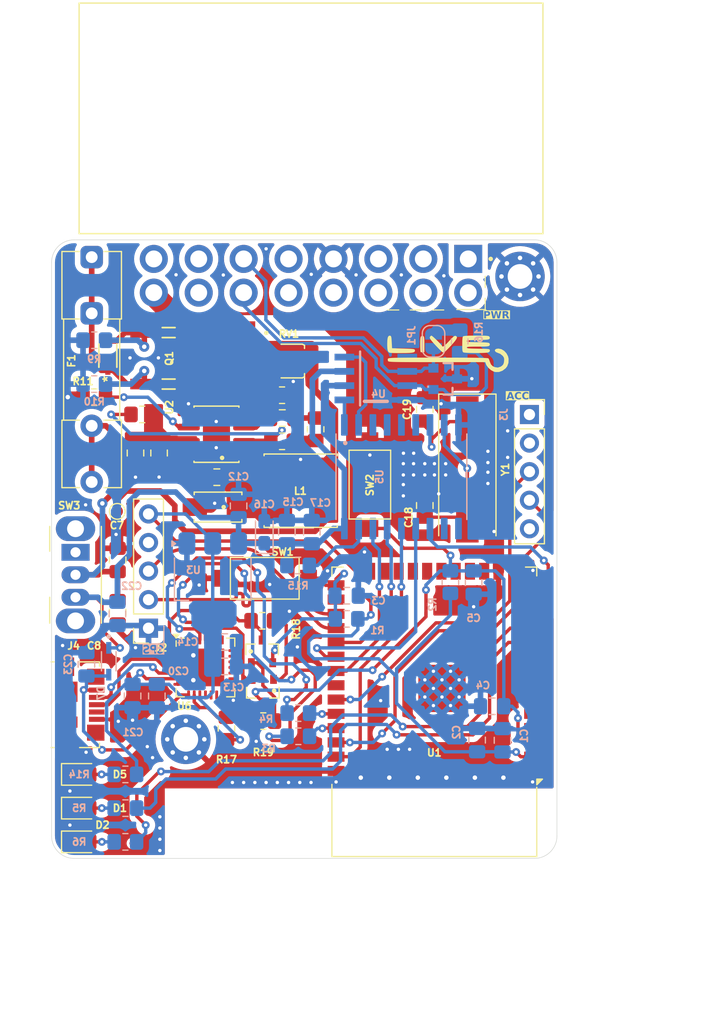
<source format=kicad_pcb>
(kicad_pcb (version 20240108) (generator "pcbnew") (generator_version "8.0")
  (title_block (title "Dongle eaLIVE for telemetry") (date "2024-09-21") (rev "2.0") (company "LIVE") (comment 1 "Drawn by: João Gabriel"))
  (layers (0 "F.Cu" signal) (31 "B.Cu" signal) (34 "B.Paste" user) (35 "F.Paste" user) (36 "B.SilkS" user "B.Silkscreen") (37 "F.SilkS" user "F.Silkscreen") (38 "B.Mask" user) (39 "F.Mask" user) (44 "Edge.Cuts" user))
  (net 0 "")
  (net 12 "GND")
  (net 14 "+3V3")
  (net 15 "IO0")
  (net 16 "EN")
  (net 17 "/VoltageRegulatorESD/BST")
  (net 18 "/VoltageRegulatorESD/SW")
  (net 19 "/VoltageRegulatorESD/Vout")
  (net 20 "/VoltageRegulatorESD/12v_fuse")
  (net 21 "Net-(C11-Pad2)")
  (net 22 "/VoltageRegulatorESD/COMP")
  (net 23 "5v")
  (net 24 "/CAN_controller/osc1")
  (net 25 "/CAN_controller/osc2")
  (net 26 "/MicroUSB_Port/VBUS")
  (net 27 "/VoltageRegulatorESD/power_led")
  (net 28 "/CAN_controller/CAN_LOW")
  (net 29 "/VoltageRegulatorESD/12v_in")
  (net 30 "/CAN_controller/CAN_HIGH")
  (net 31 "/VoltageRegulatorESD/Car_Battery_12v")
  (net 32 "/Microcontroller/RX2")
  (net 33 "/Microcontroller/TX2")
  (net 36 "/Microcontroller/SCL")
  (net 37 "/Microcontroller/SDA")
  (net 41 "/MicroUSB_Port/D-")
  (net 42 "/MicroUSB_Port/D+")
  (net 43 "Net-(JP1-B)")
  (net 44 "/MicroUSB_Port/dtr_to_en")
  (net 45 "/MicroUSB_Port/RTS")
  (net 46 "/MicroUSB_Port/rts_to_io0")
  (net 47 "/MicroUSB_Port/DTR")
  (net 48 "/Microcontroller/TXD0")
  (net 49 "/MicroUSB_Port/RXD")
  (net 50 "/MicroUSB_Port/TXD")
  (net 51 "/Microcontroller/CAN_debug")
  (net 52 "/Microcontroller/BLE_debug")
  (net 53 "/VoltageRegulatorESD/EN")
  (net 54 "/VoltageRegulatorESD/FREQ")
  (net 55 "/VoltageRegulatorESD/FB")
  (net 56 "/CAN_controller/RESET_MCP")
  (net 57 "/MicroUSB_Port/RST")
  (net 67 "/CAN_controller/CAN_INT")
  (net 74 "/CAN_controller/CAN_CS")
  (net 80 "/CAN_controller/TX_can")
  (net 82 "/CAN_controller/RX_can")
  (net 87 "SCLK")
  (net 89 "MISO")
  (net 91 "MOSI")
  (net 109 "/Microcontroller/can_led")
  (net 110 "/Microcontroller/ble_led")
  (net 111 "/VoltageRegulatorESD/GND_resistence_protect")
  (net 112 "/Microcontroller/RXD0")
  (footprint "Capacitor_SMD:C_0805_2012Metric_Pad1.18x1.45mm_HandSolder" (layer "F.Cu") (at 122.565 89.545 -90)
    (property "Reference" "C9" (hide yes))
    (property "Value" "10uF")
  )
  (footprint "Capacitor_SMD:C_0805_2012Metric_Pad1.18x1.45mm_HandSolder" (layer "F.Cu") (at 120.975 99.055 90)
    (property "Reference" "C7")
    (property "Value" "10uF")
  )
  (footprint "DongleALIVE:Potenciometer" (layer "F.Cu") (at 136.215 81.365)
    (property "Reference" "RV1")
    (property "Value" "200kΩ")
  )
  (footprint "Fiducial:Fiducial_0.5mm_Mask1mm" (layer "F.Cu") (at 122.275 124.255)
    (property "Reference" "FID2" (hide yes))
    (property "Value" "Fiducial")
  )
  (footprint "Capacitor_SMD:C_0805_2012Metric_Pad1.18x1.45mm_HandSolder" (layer "F.Cu") (at 124.665 89.545 -90)
    (property "Reference" "C10" (hide yes))
    (property "Value" "100nF")
  )
  (footprint "Capacitor_SMD:C_0805_2012Metric_Pad1.18x1.45mm_HandSolder" (layer "F.Cu") (at 148.325 94.215 -90)
    (property "Reference" "C18")
    (property "Value" "22pF")
  )
  (footprint "Connector_PinSocket_2.54mm:PinSocket_1x05_P2.54mm_Vertical" (layer "F.Cu") (at 123.725 105.125 180)
    (property "Reference" "J2")
    (property "Value" "Conn_01x05_Socket")
  )
  (footprint "Button_Switch_SMD:SW_SPST_CK_RS282G05A3" (layer "F.Cu") (at 134.075 100.685 180)
    (property "Reference" "SW1")
    (property "Value" "SW_Push")
  )
  (footprint "Resistor_SMD:R_0805_2012Metric_Pad1.20x1.40mm_HandSolder" (layer "F.Cu") (at 135.615 84.405 180)
    (property "Reference" "R13" (hide yes))
    (property "Value" "8.2kΩ")
  )
  (footprint "DongleALIVE:SS34" (layer "F.Cu") (at 129.915 94.355 180)
    (property "Reference" "D3" (hide yes))
    (property "Value" "SS34")
  )
  (footprint "TestPoint:TestPoint_Pad_D1.0mm" (layer "F.Cu") (at 120.945 94.735)
    (property "Reference" "TP1" (hide yes))
    (property "Value" "TestPoint")
  )
  (footprint "Capacitor_SMD:C_0805_2012Metric_Pad1.18x1.45mm_HandSolder" (layer "F.Cu") (at 148.325 85.665 -90)
    (property "Reference" "C19")
    (property "Value" "22pF")
  )
  (footprint "Resistor_SMD:R_0805_2012Metric_Pad1.20x1.40mm_HandSolder" (layer "F.Cu") (at 138.605 87.435 -90)
    (property "Reference" "R12" (hide yes))
    (property "Value" "100kΩ")
  )
  (footprint "Inductor_SMD:L_Cenker_CKCS6028" (layer "F.Cu") (at 137.275 92.895)
    (property "Reference" "L1")
    (property "Value" "4.7uH")
  )
  (footprint "Resistor_SMD:R_0805_2012Metric_Pad1.20x1.40mm_HandSolder" (layer "F.Cu") (at 123.165 86.115 180)
    (property "Reference" "R7" (hide yes))
    (property "Value" "100kΩ")
  )
  (footprint "DongleALIVE:MP1584EN" (layer "F.Cu") (at 129.775 87.875 180)
    (property "Reference" "U2")
    (property "Value" "MP1584EN")
  )
  (footprint "Resistor_SMD:R_0805_2012Metric_Pad1.20x1.40mm_HandSolder" (layer "F.Cu") (at 130.665 114.045 -90)
    (property "Reference" "R17")
    (property "Value" "1kΩ")
  )
  (footprint "DongleALIVE:TRANS_SS8050-G" (layer "F.Cu") (at 133.835 107.185 90)
    (property "Reference" "Q3" (hide yes))
    (property "Value" "SS8050-G")
  )
  (footprint "Connector_USB:USB_Micro-B_Molex_47346-0001" (layer "F.Cu") (at 117.65 111.9275 -90)
    (property "Reference" "J4")
    (property "Value" "USB_B_Micro")
  )
  (footprint "Resistor_SMD:R_0805_2012Metric_Pad1.20x1.40mm_HandSolder" (layer "F.Cu") (at 135.615 88.505)
    (property "Reference" "R8" (hide yes))
    (property "Value" "100kΩ")
  )
  (footprint "Button_Switch_SMD:SW_SPST_CK_RS282G05A3" (layer "F.Cu") (at 143.435 92.355 -90)
    (property "Reference" "SW2")
    (property "Value" "SW_Push")
  )
  (footprint "DongleALIVE:MM3Z10VT1G" (layer "F.Cu") (at 120.105 80.885 90)
    (property "Reference" "D4")
    (property "Value" "MM3Z10V" (hide yes))
  )
  (footprint "Capacitor_SMD:C_0805_2012Metric_Pad1.18x1.45mm_HandSolder" (layer "F.Cu") (at 129.8075 91.695)
    (property "Reference" "C6" (hide yes))
    (property "Value" "100nF")
  )
  (footprint "Button_Switch_THT:SW_Slide_SPDT_Angled_CK_OS102011MA1Q" (layer "F.Cu") (at 117.225 98.375 -90)
    (property "Reference" "SW3")
    (property "Value" "SW_SPDT_321")
  )
  (footprint "MountingHole:MountingHole_2.2mm_M2_Pad_Via" (layer "F.Cu") (at 127.045 115.005)
    (property "Reference" "H2" (hide yes))
    (property "Value" "MountingHole_Pad")
  )
  (footprint "Resistor_SMD:R_0805_2012Metric_Pad1.20x1.40mm_HandSolder" (layer "F.Cu") (at 133.855 104.465 180)
    (property "Reference" "R18")
    (property "Value" "10kΩ")
  )
  (footprint "LED_SMD:LED_0805_2012Metric" (layer "F.Cu") (at 117.665 121.125)
    (property "Reference" "D1")
    (property "Value" "LED")
  )
  (footprint "Capacitor_SMD:C_0805_2012Metric_Pad1.18x1.45mm_HandSolder" (layer "F.Cu") (at 120.975 103.705 -90)
    (property "Reference" "C8")
    (property "Value" "100nF")
  )
  (footprint "Fiducial:Fiducial_0.5mm_Mask1mm" (layer "F.Cu") (at 122.275 77.275)
    (property "Reference" "FID3" (hide yes))
    (property "Value" "Fiducial")
  )
  (footprint "Resistor_SMD:R_0805_2012Metric_Pad1.20x1.40mm_HandSolder" (layer "F.Cu") (at 118.895 84.575 180)
    (property "Reference" "R11")
    (property "Value" "100kΩ")
  )
  (footprint "DongleALIVE:COMTECH_C-OBD-II-16M" (layer "F.Cu") (at 152.195 72.285 180)
    (property "Reference" "J1" (hide yes))
    (property "Value" "C-OBD-II-16M")
  )
  (footprint "Fiducial:Fiducial_0.5mm_Mask1mm" (layer "F.Cu") (at 157.085 77.275)
    (property "Reference" "FID1" (hide yes))
    (property "Value" "Fiducial")
  )
  (footprint "MountingHole:MountingHole_2.2mm_M2_Pad_Via" (layer "F.Cu") (at 156.805 73.845)
    (property "Reference" "H1" (hide yes))
    (property "Value" "MountingHole_Pad")
  )
  (footprint "RF_Module:ESP32-WROOM-32" (layer "F.Cu") (at 149.175 109.57 180)
    (property "Reference" "U1")
    (property "Value" "ESP32-WROOM-32")
  )
  (footprint "Crystal:Crystal_SMD_HC49-SD" (layer "F.Cu") (at 152.115 91.005 -90)
    (property "Reference" "Y1")
    (property "Value" "Crystal")
  )
  (footprint "LED_SMD:LED_0805_2012Metric" (layer "F.Cu") (at 117.665 118.125)
    (property "Reference" "D5")
    (property "Value" "LED")
  )
  (footprint "DongleALIVE:TRANS_SS8050-G" (layer "F.Cu") (at 133.905 110.685 -90)
    (property "Reference" "Q2" (hide yes))
    (property "Value" "SS8050-G")
  )
  (footprint "Capacitor_SMD:C_0805_2012Metric_Pad1.18x1.45mm_HandSolder" (layer "F.Cu") (at 135.635 86.435)
    (property "Reference" "C11" (hide yes))
    (property "Value" "100pF")
  )
  (footprint "DongleALIVE:IRF5305S" (layer "F.Cu") (at 129.821999 81.125 -90)
    (property "Reference" "Q1")
    (property "Value" "IRF5305S")
  )
  (footprint "Package_DFN_QFN:QFN-28-1EP_5x5mm_P0.5mm_EP3.35x3.35mm" (layer "F.Cu") (at 128.795 108.615)
    (property "Reference" "U6")
    (property "Value" "CP2102N-Axx-xQFN28")
  )
  (footprint "DongleALIVE:Fuseholder_Clip-5x20mm_Littelfuse_111_Inline_P20.00x5.00mm_D1.05mm_Horizontal" (layer "F.Cu") (at 118.665 72.125 -90)
    (property "Reference" "F1")
    (property "Value" "0.5A")
  )
  (footprint "Resistor_SMD:R_0805_2012Metric_Pad1.20x1.40mm_HandSolder" (layer "F.Cu") (at 133.945 113.385 180)
    (property "Reference" "R19")
    (property "Value" "10kΩ")
  )
  (footprint "LED_SMD:LED_0805_2012Metric" (layer "F.Cu") (at 117.665 124.125)
    (property "Reference" "D2")
    (property "Value" "LED")
  )
  (footprint "DongleALIVE:logo_live" (layer "F.Cu") (at 150.225 79.865)
    (property "Reference" "G***" (hide yes))
    (property "Value" "LOGO" (hide yes))
  )
  (footprint "Connector_PinSocket_2.54mm:PinSocket_1x05_P2.54mm_Vertical" (layer "F.Cu") (at 157.645 86.125)
    (property "Reference" "J3")
    (property "Value" "Conn_01x05_Socket")
  )
  (footprint "Capacitor_SMD:C_0805_2012Metric_Pad1.18x1.45mm_HandSolder" (layer "B.Cu") (at 131.745 94.2525 90)
    (property "Reference" "C12")
    (property "Value" "10uF")
  )
  (footprint "Resistor_SMD:R_0805_2012Metric_Pad1.20x1.40mm_HandSolder" (layer "B.Cu") (at 118.895 83.415 180)
    (property "Reference" "R10")
    (property "Value" "1kΩ")
  )
  (footprint "Capacitor_SMD:C_0805_2012Metric_Pad1.18x1.45mm_HandSolder" (layer "B.Cu") (at 124.465 111.1525 -90)
    (property "Reference" "C20")
    (property "Value" "10uF")
  )
  (footprint "Capacitor_SMD:C_0805_2012Metric_Pad1.18x1.45mm_HandSolder" (layer "B.Cu") (at 141.365 102.235 180)
    (property "Reference" "C3")
    (property "Value" "100nF")
  )
  (footprint "Resistor_SMD:R_0805_2012Metric_Pad1.20x1.40mm_HandSolder" (layer "B.Cu") (at 118.895 79.515 180)
    (property "Reference" "R9")
    (property "Value" "100kΩ")
  )
  (footprint "Capacitor_SMD:C_0805_2012Metric_Pad1.18x1.45mm_HandSolder" (layer "B.Cu") (at 136.045 96.575 90)
    (property "Reference" "C15")
    (property "Value" "100nF")
  )
  (footprint "Capacitor_SMD:C_0805_2012Metric_Pad1.18x1.45mm_HandSolder" (layer "B.Cu") (at 130.505 106.355)
    (property "Reference" "C14")
    (property "Value" "100nF")
  )
  (footprint "Capacitor_SMD:C_0805_2012Metric_Pad1.18x1.45mm_HandSolder" (layer "B.Cu") (at 118.195 108.335 90)
    (property "Reference" "C23")
    (property "Value" "100nF")
  )
  (footprint "Jumper:SolderJumper-2_P1.3mm_Open_RoundedPad1.0x1.5mm" (layer "B.Cu") (at 149.105 79.61 90)
    (property "Reference" "JP1")
    (property "Value" "SolderJumper_2_Open")
  )
  (footprint "Resistor_SMD:R_0805_2012Metric_Pad1.20x1.40mm_HandSolder" (layer "B.Cu") (at 121.665 118.125 180)
    (property "Reference" "R14")
    (property "Value" "120Ω")
  )
  (footprint "Capacitor_SMD:C_0805_2012Metric_Pad1.18x1.45mm_HandSolder" (layer "B.Cu") (at 152.985 115.075 90)
    (property "Reference" "C2")
    (property "Value" "10uF")
  )
  (footprint "DongleALIVE:BAT760-7" (layer "B.Cu") (at 120.185 108.065 -90)
    (property "Reference" "D7")
    (property "Value" "BAT760-7")
  )
  (footprint "Capacitor_SMD:C_0805_2012Metric_Pad1.18x1.45mm_HandSolder" (layer "B.Cu") (at 154.325 112.065)
    (property "Reference" "C4")
    (property "Value" "10uF")
  )
  (footprint "Capacitor_SMD:C_0805_2012Metric_Pad1.18x1.45mm_HandSolder" (layer "B.Cu") (at 138.265 96.575 90)
    (property "Reference" "C17")
    (property "Value" "100nF")
  )
  (footprint "Resistor_SMD:R_0805_2012Metric_Pad1.20x1.40mm_HandSolder" (layer "B.Cu") (at 137.065 112.675 180)
    (property "Reference" "R4")
    (property "Value" "1k")
  )
  (footprint "DongleALIVE:MCP2515" (layer "B.Cu") (at 146.245 91.655 -90)
    (property "Reference" "U5")
    (property "Value" "MCP2515-I_SO")
  )
  (footprint "Capacitor_SMD:C_0805_2012Metric_Pad1.18x1.45mm_HandSolder" (layer "B.Cu") (at 130.505 108.525)
    (property "Reference" "C13")
    (property "Value" "10uF")
  )
  (footprint "Resistor_SMD:R_0805_2012Metric_Pad1.20x1.40mm_HandSolder" (layer "B.Cu") (at 121.665 121.125 180)
    (property "Reference" "R5")
    (property "Value" "120Ω")
  )
  (footprint "Capacitor_Tantalum_SMD:CP_EIA-2012-12_Kemet-R_Pad1.30x1.05mm_HandSolder" (layer "B.Cu") (at 134.035 96.595 90)
    (property "Reference" "C16")
    (property "Value" "10uF")
  )
  (footprint "Capacitor_SMD:C_0805_2012Metric_Pad1.18x1.45mm_HandSolder" (layer "B.Cu") (at 155.245 115.0925 90)
    (property "Reference" "C1")
    (property "Value" "22uF")
  )
  (footprint "Capacitor_SMD:C_0805_2012Metric_Pad1.18x1.45mm_HandSolder" (layer "B.Cu") (at 122.305 111.1525 -90)
    (property "Reference" "C21")
    (property "Value" "10uF")
  )
  (footprint "DongleALIVE:TJA1050T" (layer "B.Cu") (at 143.965 82.92 90)
    (property "Reference" "U4")
    (property "Value" "TJA1050")
  )
  (footprint "Capacitor_SMD:C_0805_2012Metric_Pad1.18x1.45mm_HandSolder" (layer "B.Cu") (at 152.675 101.065 90)
    (property "Reference" "C5")
    (property "Value" "100nF")
  )
  (footprint "Package_TO_SOT_SMD:SOT-223-3_TabPin2" (layer "B.Cu") (at 129.4425 100.735 -90)
    (property "Reference" "U3")
    (property "Value" "AMS1117")
  )
  (footprint "Resistor_SMD:R_0805_2012Metric_Pad1.20x1.40mm_HandSolder" (layer "B.Cu") (at 151.435 79.62 -90)
    (property "Reference" "R16")
    (property "Value" "120Ω")
  )
  (footprint "DongleALIVE:PESD1CAN" (layer "B.Cu") (at 150.095 82.95 90)
    (property "Reference" "D6")
    (property "Value" "PESD1CAN")
  )
  (footprint "Resistor_SMD:R_0805_2012Metric_Pad1.20x1.40mm_HandSolder" (layer "B.Cu") (at 150.605 101.025 -90)
    (property "Reference" "R2")
    (property "Value" "10kΩ")
  )
  (footprint "Capacitor_SMD:C_0805_2012Metric_Pad1.18x1.45mm_HandSolder" (layer "B.Cu") (at 120.955 103.8525 90)
    (property "Reference" "C22")
    (property "Value" "10uF")
  )
  (footprint "Resistor_SMD:R_0805_2012Metric_Pad1.20x1.40mm_HandSolder" (layer "B.Cu") (at 121.665 124.125 180)
    (property "Reference" "R6")
    (property "Value" "120Ω")
  )
  (footprint "Resistor_SMD:R_0805_2012Metric_Pad1.20x1.40mm_HandSolder" (layer "B.Cu") (at 141.365 104.295)
    (property "Reference" "R1")
    (property "Value" "10kΩ")
  )
  (footprint "Resistor_SMD:R_0805_2012Metric_Pad1.20x1.40mm_HandSolder" (layer "B.Cu") (at 137.065 114.735 180)
    (property "Reference" "R3")
    (property "Value" "1k")
  )
  (footprint "Resistor_SMD:R_0805_2012Metric_Pad1.20x1.40mm_HandSolder" (layer "B.Cu") (at 137.045 99.545)
    (property "Reference" "R15")
    (property "Value" "10kΩ")
  )
  (gr_poly (pts (xy 141.895 117.565) (xy 141.895 119.185) (xy 156.435 119.185) (xy 156.435 117.565)) (stroke (width 0.2)) (fill solid) (layer "F.Cu") (net 12))
  (gr_line (start 125.095 106.515) (end 125.095 104.935) (stroke (width 0.1)) (layer "B.SilkS"))
  (gr_line (start 122.805 106.515) (end 125.055 106.515) (stroke (width 0.1)) (layer "B.SilkS"))
  (gr_line (start 153.705 76.785) (end 153.809023 76.889023) (stroke (width 0.1)) (layer "F.SilkS"))
  (gr_line (start 153.705 76.785) (end 151.175 76.785) (stroke (width 0.1)) (layer "F.SilkS"))
  (gr_line (start 153.705 76.785) (end 153.705 75.785) (stroke (width 0.1)) (layer "F.SilkS"))
  (gr_line (start 146.015 76.825) (end 145.015 76.825) (stroke (width 0.1)) (layer "F.SilkS"))
  (gr_line (start 153.705 74.825) (end 153.705 73.825) (stroke (width 0.1)) (layer "F.SilkS"))
  (gr_line (start 148.015 76.825) (end 147.015 76.825) (stroke (width 0.1)) (layer "F.SilkS"))
  (gr_line (start 150.015 76.825) (end 149.015 76.825) (stroke (width 0.1)) (layer "F.SilkS"))
  (gr_arc (start 158.09289 70.588886) (mid 159.507808 71.175023) (end 160.093945 72.589941) (stroke (width 0.05)) (layer "Edge.Cuts"))
  (gr_arc (start 160.095 123.593945) (mid 159.508891 125.008891) (end 158.093945 125.595) (stroke (width 0.05)) (layer "Edge.Cuts"))
  (gr_line (start 160.093945 72.589941) (end 160.093945 123.593945) (stroke (width 0.05)) (layer "Edge.Cuts"))
  (gr_arc (start 117.095 125.595) (mid 115.680052 125.008893) (end 115.093945 123.593945) (stroke (width 0.05)) (layer "Edge.Cuts"))
  (gr_line (start 117.095 70.588903) (end 158.09289 70.588903) (stroke (width 0.05)) (layer "Edge.Cuts"))
  (gr_arc (start 115.093945 72.589958) (mid 115.68004 71.174998) (end 117.095 70.588903) (stroke (width 0.05)) (layer "Edge.Cuts"))
  (gr_line (start 115.093945 123.593945) (end 115.093945 72.589958) (stroke (width 0.05)) (layer "Edge.Cuts"))
  (gr_line (start 158.093945 125.595) (end 117.095 125.595) (stroke (width 0.05)) (layer "Edge.Cuts"))
  (gr_text "GPS" (at 124.165 107.405 0) (layer "B.SilkS" knockout) (effects (font (size 0.64 0.64) (thickness 0.15) (bold yes)) (justify bottom mirror)))
  (gr_text "ACC" (at 156.605 84.885 0) (layer "F.SilkS" knockout) (effects (font (size 0.64 0.64) (thickness 0.128) (bold yes)) (justify bottom)))
  (gr_text "PWR" (at 154.695 77.685 0) (layer "F.SilkS" knockout) (effects (font (size 0.64 0.64) (thickness 0.128) (bold yes)) (justify bottom)))
  (segment (start 137.265 90.115) (end 137.265 89.845) (width 0.3) (layer "F.Cu") (net 12))
  (segment (start 116.535 84.575) (end 117.895 84.575) (width 1) (layer "F.Cu") (net 12))
  (segment (start 128.235 101.285) (end 128.835 100.685) (width 0.5) (layer "F.Cu") (net 12))
  (segment (start 154.495 96.525) (end 154.885 96.915) (width 1) (layer "F.Cu") (net 12))
  (segment (start 154.885 96.915) (end 154.885 100.06) (width 1) (layer "F.Cu") (net 12))
  (segment (start 122.565 91.695) (end 122.565 90.5825) (width 0.5) (layer "F.Cu") (net 12))
  (segment (start 129.275 94.355) (end 129.615 94.015) (width 1) (layer "F.Cu") (net 12))
  (segment (start 120.975 105.265) (end 120.975 104.7425) (width 0.5) (layer "F.Cu") (net 12))
  (segment (start 138.535 88.505) (end 138.605 88.435) (width 1) (layer "F.Cu") (net 12))
  (segment (start 119.0725 113.265) (end 119.11 113.2275) (width 0.3) (layer "F.Cu") (net 12))
  (segment (start 120.835 96.785) (end 120.975 96.925) (width 1) (layer "F.Cu") (net 12))
  (segment (start 122.565 106.855) (end 120.975 105.265) (width 0.5) (layer "F.Cu") (net 12))
  (segment (start 149.2375 84.6275) (end 148.325 84.6275) (width 1) (layer "F.Cu") (net 12))
  (segment (start 128.295 108.115) (end 128.795 108.615) (width 0.3) (layer "F.Cu") (net 12))
  (segment (start 120.975 96.925) (end 120.975 98.0175) (width 1) (layer "F.Cu") (net 12))
  (segment (start 147.705 118.415) (end 145.165 118.415) (width 1) (layer "F.Cu") (net 12))
  (segment (start 128.835 100.685) (end 130.175 100.685) (width 0.5) (layer "F.Cu") (net 12))
  (segment (start 121.035 113.405) (end 120.8575 113.2275) (width 0.3) (layer "F.Cu") (net 12))
  (segment (start 136.615 88.505) (end 138.535 88.505) (width 1) (layer "F.Cu") (net 12))
  (segment (start 127.85 94.355) (end 129.275 94.355) (width 1) (layer "F.Cu") (net 12))
  (segment (start 136.615 89.195) (end 136.615 88.505) (width 0.3) (layer "F.Cu") (net 12))
  (segment (start 143.435 89.725) (end 143.435 88.455) (width 1) (layer "F.Cu") (net 12))
  (segment (start 127.3 85.18) (end 127.285 85.165) (width 0.3) (layer "F.Cu") (net 12))
  (segment (start 140.425 118.795) (end 140.425 117.82) (width 0.5) (layer "F.Cu") (net 12))
  (segment (start 134.515 101.235) (end 131.735 101.235) (width 0.5) (layer "F.Cu") (net 12))
  (segment (start 126.345 108.115) (end 128.295 108.115) (width 0.3) (layer "F.Cu") (net 12))
  (segment (start 129.775 87.405) (end 129.775 87.875) (width 0.5) (layer "F.Cu") (net 12))
  (segment (start 129.755 86.745) (end 129.755 87.385) (width 0.5) (layer "F.Cu") (net 12))
  (segment (start 129.755 87.385) (end 129.775 87.405) (width 0.5) (layer "F.Cu") (net 12))
  (segment (start 127.3 85.97) (end 127.3 85.18) (width 0.3) (layer "F.Cu") (net 12))
  (segment (start 131.735 101.235) (end 131.185 100.685) (width 0.5) (layer "F.Cu") (net 12))
  (segment (start 157.925 118.795) (end 157.925 117.82) (width 0.5) (layer "F.Cu") (net 12))
  (segment (start 120.8575 113.2275) (end 119.11 113.2275) (width 0.3) (layer "F.Cu") (net 12))
  (segment (start 149.5625 93.1775) (end 149.565 93.175) (width 1) (layer "F.Cu") (net 12))
  (segment (start 131.185 100.685) (end 130.175 100.685) (width 0.5) (layer "F.Cu") (net 12))
  (segment (start 148.325 93.1775) (end 149.5625 93.1775) (width 1) (layer "F.Cu") (net 12))
  (segment (start 152.785 118.415) (end 150.245 118.415) (width 1) (layer "F.Cu") (net 12))
  (segment (start 136.615 84.405) (end 136.615 83.185) (width 1) (layer "F.Cu") (net 12))
  (segment (start 129.115 86.745) (end 129.755 86.745) (width 0.5) (layer "F.Cu") (net 12))
  (segment (start 155.325 118.415) (end 152.785 118.415) (width 1) (layer "F.Cu") (net 12))
  (segment (start 137.265 89.845) (end 136.615 89.195) (width 0.3) (layer "F.Cu") (net 12))
  (segment (start 145.165 118.415) (end 142.625 118.415) (width 1) (layer "F.Cu") (net 12))
  (segment (start 150.245 118.415) (end 147.705 118.415) (width 1) (layer "F.Cu") (net 12))
  (segment (start 124.665 91.685) (end 124.665 90.5825) (width 0.5) (layer "F.Cu") (net 12))
  (segment (start 149.775 85.165) (end 149.2375 84.6275) (width 1) (layer "F.Cu") (net 12))
  (via (at 142.955 98.345) (size 0.7) (drill 0.3) (layers "F.Cu" "B.Cu") (net 12))
  (via (at 146.415 93.355) (size 0.7) (drill 0.3) (layers "F.Cu" "B.Cu") (net 12))
  (via (at 150.245 118.415) (size 0.9) (drill 0.4) (layers "F.Cu" "B.Cu") (net 12))
  (via (at 157.955 99.985) (size 0.7) (drill 0.3) (layers "F.Cu" "B.Cu") (net 12))
  (via (at 147.325 91.495) (size 0.7) (drill 0.3) (layers "F.Cu" "B.Cu") (net 12))
  (via (at 144.395 111.565) (size 0.7) (drill 0.3) (layers "F.Cu" "B.Cu") (net 12))
  (via (at 155.705 87.575) (size 0.7) (drill 0.3) (layers "F.Cu" "B.Cu") (net 12))
  (via (at 146.975 115.895) (size 0.7) (drill 0.3) (layers "F.Cu" "B.Cu") (net 12))
  (via (at 150.185 90.495) (size 0.7) (drill 0.3) (layers "F.Cu" "B.Cu") (net 12))
  (via (at 124.605 81.085) (size 0.7) (drill 0.3) (layers "F.Cu" "B.Cu") (net 12))
  (via (at 118.165 116.155) (size 0.7) (drill 0.3) (layers "F.Cu" "B.Cu") (net 12))
  (via (at 131.275 111.535) (size 0.7) (drill 0.3) (layers "F.Cu" "B.Cu") (net 12))
  (via (at 150.025 73.785) (size 0.7) (drill 0.3) (layers "F.Cu" "B.Cu") (net 12))
  (via (at 135.195 118.845) (size 0.7) (drill 0.3) (layers "F.Cu" "B.Cu") (net 12))
  (via (at 116.075 106.665) (size 0.7) (drill 0.3) (layers "F.Cu" "B.Cu") (net 12))
  (via (at 146.235 73.705) (size 0.7) (drill 0.3) (layers "F.Cu" "B.Cu") (net 12))
  (via (at 122.075 81.085) (size 0.7) (drill 0.3) (layers "F.Cu" "B.Cu") (net 12))
  (via (at 133.195 118.845) (size 0.7) (drill 0.3) (layers "F.Cu" "B.Cu") (net 12))
  (via (at 124.665 91.685) (size 0.7) (drill 0.3) (layers "F.Cu" "B.Cu") (net 12))
  (via (at 127.715 107.535) (size 0.9) (drill 0.4) (layers "F.Cu" "B.Cu") (net 12))
  (via (at 123.615 115.655) (size 0.7) (drill 0.3) (layers "F.Cu" "B.Cu") (net 12))
  (via (at 148.325 90.495) (size 0.7) (drill 0.3) (layers "F.Cu" "B.Cu") (net 12))
  (via (at 149.565 93.175) (size 0.7) (drill 0.3) (layers "F.Cu" "B.Cu") (net 12))
  (via (at 129.755 86.745) (size 0.7) (drill 0.3) (layers "F.Cu" "B.Cu") (net 12))
  (via (at 134.515 101.235) (size 0.7) (drill 0.3) (layers "F.Cu" "B.Cu") (net 12))
  (via (at 145.165 118.415) (size 0.9) (drill 0.4) (layers "F.Cu" "B.Cu") (net 12))
  (via (at 152.515 82.935) (size 0.7) (drill 0.3) (layers "F.Cu" "B.Cu") (net 12))
  (via (at 116.725 119.605) (size 0.7) (drill 0.3) (layers "F.Cu" "B.Cu") (net 12))
  (via (at 132.195 118.845) (size 0.7) (drill 0.3) (layers "F.Cu" "B.Cu") (net 12))
  (via (at 127.715 109.745) (size 0.9) (drill 0.4) (layers "F.Cu" "B.Cu") (net 12))
  (via (at 136.27 103.62) (size 0.7) (drill 0.3) (layers "F.Cu" "B.Cu") (net 12))
  (via (at 153.945 92.255) (size 0.7) (drill 0.3) (layers "F.Cu" "B.Cu") (net 12))
  (via (at 146.415 90.495) (size 0.7) (drill 0.3) (layers "F.Cu" "B.Cu") (net 12))
  (via (at 130.385 73.715) (size 0.7) (drill 0.3) (layers "F.Cu" "B.Cu") (net 12))
  (via (at 144.975 115.895) (size 0.7) (drill 0.3) (layers "F.Cu" "B.Cu") (net 12))
  (via (at 136.615 83.185) (size 0.7) (drill 0.3) (layers "F.Cu" "B.Cu") (net 12))
  (via (at 134.195 71.385) (size 0.7) (drill 0.3) (layers "F.Cu" "B.Cu") (net 12))
  (via (at 124.735 122.895) (size 0.7) (drill 0.3) (layers "F.Cu" "B.Cu") (net 12))
  (via (at 134.195 118.845) (size 0.7) (drill 0.3) (layers "F.Cu" "B.Cu") (net 12))
  (via (at 137.265 90.115) (size 0.7) (drill 0.3) (layers "F.Cu" "B.Cu") (net 12))
  (via (at 149.775 85.165) (size 0.7) (drill 0.3) (layers "F.Cu" "B.Cu") (net 12))
  (via (at 122.305 113.305) (size 0.7) (drill 0.3) (layers "F.Cu" "B.Cu") (net 12))
  (via (at 124.085 116.635) (size 0.7) (drill 0.3) (layers "F.Cu" "B.Cu") (net 12))
  (via (at 129.755 89.075) (size 0.7) (drill 0.3) (layers "F.Cu" "B.Cu") (net 12))
  (via (at 147.325 90.495) (size 0.7) (drill 0.3) (layers "F.Cu" "B.Cu") (net 12))
  (via (at 152.675 103.215) (size 0.7) (drill 0.3) (layers "F.Cu" "B.Cu") (net 12))
  (via (at 147.335 89.565) (size 0.7) (drill 0.3) (layers "F.Cu" "B.Cu") (net 12))
  (via (at 138.215 73.655) (size 0.7) (drill 0.3) (layers "F.Cu" "B.Cu") (net 12))
  (via (at 133.315 115.185) (size 0.7) (drill 0.3) (layers "F.Cu" "B.Cu") (net 12))
  (via (at 145.975 115.895) (size 0.7) (drill 0.3) (layers "F.Cu" "B.Cu") (net 12))
  (via (at 153.945 91.255) (size 0.7) (drill 0.3) (layers "F.Cu" "B.Cu") (net 12))
  (via (at 157.925 118.795) (size 0.7) (drill 0.3) (layers "F.Cu" "B.Cu") (net 12))
  (via (at 131.195 118.845) (size 0.7) (drill 0.3) (layers "F.Cu" "B.Cu") (net 12))
  (via (at 146.425 89.565) (size 0.7) (drill 0.3) (layers "F.Cu" "B.Cu") (net 12))
  (via (at 153.945 89.395) (size 0.7) (drill 0.3) (layers "F.Cu" "B.Cu") (net 12))
  (via (at 122.565 106.855) (size 0.7) (drill 0.3) (layers "F.Cu" "B.Cu") (net 12))
  (via (at 127.285 85.165) (size 0.7) (drill 0.3) (layers "F.Cu" "B.Cu") (net 12))
  (via (at 120.835 96.785) (size 0.7) (drill 0.3) (layers "F.Cu" "B.Cu") (net 12))
  (via (at 146.415 91.495) (size 0.7) (drill 0.3) (layers "F.Cu" "B.Cu") (net 12))
  (via (at 136.98 106.79) (size 0.7) (drill 0.3) (layers "F.Cu" "B.Cu") (net 12))
  (via (at 124.735 124.895) (size 0.7) (drill 0.3) (layers "F.Cu" "B.Cu") (net 12))
  (via (at 118.125 94.155) (size 0.7) (drill 0.3) (layers "F.Cu" "B.Cu") (net 12))
  (via (at 139.665 100.025) (size 0.7) (drill 0.3) (layers "F.Cu" "B.Cu") (net 12))
  (via (at 146.415 92.355) (size 0.7) (drill 0.3) (layers "F.Cu" "B.Cu") (net 12))
  (via (at 124.735 123.895) (size 0.7) (drill 0.3) (layers "F.Cu" "B.Cu") (net 12))
  (via (at 136.195 118.845) (size 0.7) (drill 0.3) (layers "F.Cu" "B.Cu") (net 12))
  (via (at 124.735 121.895) (size 0.7) (drill 0.3) (layers "F.Cu" "B.Cu") (net 12))
  (via (at 142.625 118.415) (size 0.9) (drill 0.4) (layers "F.Cu" "B.Cu") (net 12))
  (via (at 140.425 118.795) (size 0.7) (drill 0.3) (layers "F.Cu" "B.Cu") (net 12))
  (via (at 116.725 122.635) (size 0.7) (drill 0.3) (layers "F.Cu" "B.Cu") (net 12))
  (via (at 142.205 73.705) (size 0.7) (drill 0.3) (layers "F.Cu" "B.Cu") (net 12))
  (via (at 149.185 90.495) (size 0.7) (drill 0.3) (layers "F.Cu" "B.Cu") (net 12))
  (via (at 154.495 96.525) (size 0.7) (drill 0.3) (layers "F.Cu" "B.Cu") (net 12))
  (via (at 128.235 101.285) (size 0.7) (drill 0.3) (layers "F.Cu" "B.Cu") (net 12))
  (via (at 137.195 118.845) (size 0.7) (drill 0.3) (layers "F.Cu" "B.Cu") (net 12))
  (via (at 138.195 118.845) (size 0.7) (drill 0.3) (layers "F.Cu" "B.Cu") (net 12))
  (via (at 126.175 73.695) (size 0.7) (drill 0.3) (layers "F.Cu" "B.Cu") (net 12))
  (via (at 121.035 113.405) (size 0.7) (drill 0.3) (layers "F.Cu" "B.Cu") (net 12))
  (via (at 147.705 118.415) (size 0.9) (drill 0.4) (layers "F.Cu" "B.Cu") (net 12))
  (via (at 152.785 118.415) (size 0.9) (drill 0.4) (layers "F.Cu" "B.Cu") (net 12))
  (via (at 148.325 91.495) (size 0.7) (drill 0.3) (layers "F.Cu" "B.Cu") (net 12))
  (via (at 116.535 84.575) (size 0.9) (drill 0.4) (layers "F.Cu" "B.Cu") (net 12))
  (via (at 149.185 91.495) (size 0.7) (drill 0.3) (layers "F.Cu" "B.Cu") (net 12))
  (via (at 150.185 91.495) (size 0.7) (drill 0.3) (layers "F.Cu" "B.Cu") (net 12))
  (via (at 155.705 89.935) (size 0.7) (drill 0.3) (layers "F.Cu" "B.Cu") (net 12))
  (via (at 153.945 90.395) (size 0.7) (drill 0.3) (layers "F.Cu" "B.Cu") (net 12))
  (via (at 155.325 118.415) (size 0.9) (drill 0.4) (layers "F.Cu" "B.Cu") (net 12))
  (via (at 143.435 89.725) (size 0.7) (drill 0.3) (layers "F.Cu" "B.Cu") (net 12))
  (via (at 122.565 91.695) (size 0.7) (drill 0.3) (layers "F.Cu" "B.Cu") (net 12))
  (via (at 129.615 94.015) (size 0.7) (drill 0.3) (layers "F.Cu" "B.Cu") (net 12))
  (segment (start 142.4025 98.8975) (end 142.4025 102.235) (width 0.5) (layer "B.Cu") (net 12))
  (segment (start 152.515 82.935) (end 152.5 82.95) (width 0.5) (layer "B.Cu") (net 12))
  (segment (start 131.5425 108.525) (end 131.5425 106.355) (width 1) (layer "B.Cu") (net 12))
  (segment (start 120.23 104.89) (end 120.955 104.89) (width 0.5) (layer "B.Cu") (net 12))
  (segment (start 128.225 116.185) (end 127.045 115.005) (width 0.5) (layer "B.Cu") (net 12))
  (segment (start 142.955 98.345) (end 142.4025 98.8975) (width 0.5) (layer "B.Cu") (net 12))
  (segment (start 118.195 107.2975) (end 118.195 106.925) (width 0.5) (layer "B.Cu") (net 12))
  (segment (start 127.045 113.365) (end 127.045 115.005) (width 1) (layer "B.Cu") (net 12))
  (segment (start 152.675 103.215) (end 152.675 102.1025) (width 1) (layer "B.Cu") (net 12))
  (segment (start 118.195 106.925) (end 120.23 104.89) (width 0.5) (layer "B.Cu") (net 12))
  (segment (start 120.955 104.89) (end 123.49 104.89) (width 0.5) (layer "B.Cu") (net 12))
  (segment (start 152.5 82.95) (end 151.195 82.95) (width 0.5) (layer "B.Cu") (net 12))
  (segment (start 123.49 104.89) (end 123.725 105.125) (width 0.5) (layer "B.Cu") (net 12))
  (segment (start 122.305 113.305) (end 122.305 112.19) (width 1) (layer "B.Cu") (net 12))
  (segment (start 142.31 100.21) (end 139.475 97.375) (width 0.3) (layer "F.Cu") (net 14))
  (segment (start 156.455 116.135) (end 156.875 116.555) (width 0.3) (layer "F.Cu") (net 14))
  (segment (start 139.475 97.375) (end 126.125 97.375) (width 0.3) (layer "F.Cu") (net 14))
  (segment (start 126.125 97.375) (end 126.125 97.365) (width 0.3) (layer "F.Cu") (net 14))
  (segment (start 156.875 116.555) (end 157.92 116.555) (width 0.3) (layer "F.Cu") (net 14))
  (segment (start 130.665 115.045) (end 131.885 115.045) (width 0.3) (layer "F.Cu") (net 14))
  (segment (start 123.515 109.615) (end 126.345 109.615) (width 0.3) (layer "F.Cu") (net 14))
  (segment (start 122.985 109.085) (end 123.515 109.615) (width 0.3) (layer "F.Cu") (net 14))
  (segment (start 143.525 103.935) (end 143.525 102.785) (width 0.3) (layer "F.Cu") (net 14))
  (segment (start 157.92 116.555) (end 157.925 116.55) (width 0.3) (layer "F.Cu") (net 14))
  (segment (start 126.125 97.365) (end 123.725 94.965) (width 0.3) (layer "F.Cu") (net 14))
  (segment (start 126.345 110.115) (end 126.345 109.615) (width 0.3) (layer "F.Cu") (net 14))
  (segment (start 143.525 102.785) (end 142.31 101.57) (width 0.3) (layer "F.Cu") (net 14))
  (segment (start 142.31 101.57) (end 142.31 100.21) (width 0.3) (layer "F.Cu") (net 14))
  (via (at 131.885 115.045) (size 0.7) (drill 0.3) (layers "F.Cu" "B.Cu") (net 14))
  (via (at 143.525 103.935) (size 0.7) (drill 0.3) (layers "F.Cu" "B.Cu") (net 14))
  (via (at 156.455 116.135) (size 0.7) (drill 0.3) (layers "F.Cu" "B.Cu") (net 14))
  (via (at 122.985 109.085) (size 0.7) (drill 0.3) (layers "F.Cu" "B.Cu") (net 14))
  (segment (start 155.2275 116.1125) (end 155.245 116.13) (width 0.3) (layer "B.Cu") (net 14))
  (segment (start 152.985 116.1125) (end 150.1225 116.1125) (width 0.3) (layer "B.Cu") (net 14))
  (segment (start 141.805 105.805) (end 142.365 105.245) (width 0.3) (layer "B.Cu") (net 14))
  (segment (start 121.093229 110.661683) (end 119.995 111.759912) (width 0.3) (layer "B.Cu") (net 14))
  (segment (start 124.465 110.115) (end 125.555 110.115) (width 0.3) (layer "B.Cu") (net 14))
  (segment (start 129.4675 110.7825) (end 129.4675 108.525) (width 0.3) (layer "B.Cu") (net 14))
  (segment (start 127.375 111.295) (end 128.955 111.295) (width 0.3) (layer "B.Cu") (net 14))
  (segment (start 156.45 116.13) (end 155.245 116.13) (width 0.3) (layer "B.Cu") (net 14))
  (segment (start 128.135 111.295) (end 127.375 111.295) (width 0.3) (layer "B.Cu") (net 14))
  (segment (start 145.815 111.805) (end 145.815 109.785) (width 0.3) (layer "B.Cu") (net 14))
  (segment (start 147.605 106.955) (end 150.605 103.955) (width 0.3) (layer "B.Cu") (net 14))
  (segment (start 145.815 109.785) (end 145.815 109.625) (width 0.3) (layer "B.Cu") (net 14))
  (segment (start 138.475 105.805) (end 141.805 105.805) (width 0.3) (layer "B.Cu") (net 14))
  (segment (start 145.815 109.625) (end 145.815 109.445) (width 0.3) (layer "B.Cu") (net 14))
  (segment (start 144.215 107.845) (end 138.465 107.845) (width 0.3) (layer "B.Cu") (net 14))
  (segment (start 131.885 115.045) (end 128.135 111.295) (width 0.3) (layer "B.Cu") (net 14))
  (segment (start 122.305 110.115) (end 122.305 109.765) (width 0.3) (layer "B.Cu") (net 14))
  (segment (start 145.815 109.445) (end 144.215 107.845) (width 0.3) (layer "B.Cu") (net 14))
  (segment (start 150.1225 116.1125) (end 145.815 111.805) (width 0.3) (layer "B.Cu") (net 14))
  (segment (start 137.985 107.365) (end 137.985 106.295) (width 0.3) (layer "B.Cu") (net 14))
  (segment (start 119.995 114.255) (end 122.665 116.925) (width 0.3) (layer "B.Cu") (net 14))
  (segment (start 137.985 106.295) (end 138.475 105.805) (width 0.3) (layer "B.Cu") (net 14))
  (segment (start 143.165 104.295) (end 143.525 103.935) (width 0.3) (layer "B.Cu") (net 14))
  (segment (start 122.305 110.115) (end 121.635 110.115) (width 0.3) (layer "B.Cu") (net 14))
  (segment (start 145.815 109.625) (end 145.815 108.745) (width 0.3) (layer "B.Cu") (net 14))
  (segment (start 142.365 104.295) (end 143.165 104.295) (width 0.3) (layer "B.Cu") (net 14))
  (segment (start 124.465 110.115) (end 122.305 110.115) (width 0.3) (layer "B.Cu") (net 14))
  (segment (start 122.665 116.925) (end 122.665 118.125) (width 0.3) (layer "B.Cu") (net 14))
  (segment (start 127.025 94.965) (end 123.725 94.965) (width 0.3) (layer "B.Cu") (net 14))
  (segment (start 125.555 110.115) (end 126.735 111.295) (width 0.3) (layer "B.Cu") (net 14))
  (segment (start 128.955 111.295) (end 129.4675 110.7825) (width 0.3) (layer "B.Cu") (net 14))
  (segment (start 129.4425 103.885) (end 129.4425 97.585) (width 0.3) (layer "B.Cu") (net 14))
  (segment (start 150.605 103.955) (end 150.605 102.025) (width 0.3) (layer "B.Cu") (net 14))
  (segment (start 119.995 111.759912) (end 119.995 114.255) (width 0.3) (layer "B.Cu") (net 14))
  (segment (start 126.735 111.295) (end 127.375 111.295) (width 0.3) (layer "B.Cu") (net 14))
  (segment (start 129.4425 97.585) (end 129.4425 97.3825) (width 0.3) (layer "B.Cu") (net 14))
  (segment (start 122.305 109.765) (end 122.985 109.085) (width 0.3) (layer "B.Cu") (net 14))
  (segment (start 129.4425 97.3825) (end 127.025 94.965) (width 0.3) (layer "B.Cu") (net 14))
  (segment (start 138.465 107.845) (end 137.985 107.365) (width 0.3) (layer "B.Cu") (net 14))
  (segment (start 142.365 105.245) (end 142.365 104.295) (width 0.3) (layer "B.Cu") (net 14))
  (segment (start 121.635 110.115) (end 121.093229 110.656771) (width 0.3) (layer "B.Cu") (net 14))
  (segment (start 156.455 116.135) (end 156.45 116.13) (width 0.3) (layer "B.Cu") (net 14))
  (segment (start 152.985 116.1125) (end 155.2275 116.1125) (width 0.3) (layer "B.Cu") (net 14))
  (segment (start 145.815 108.745) (end 147.605 106.955) (width 0.3) (layer "B.Cu") (net 14))
  (segment (start 121.093229 110.656771) (end 121.093229 110.661683) (width 0.3) (layer "B.Cu") (net 14))
  (segment (start 140.895 100.265) (end 140.425 100.735) (width 0.3) (layer "F.Cu") (net 15))
  (segment (start 138.875 100.685) (end 137.975 100.685) (width 0.3) (layer "F.Cu") (net 15))
  (segment (start 141.145 100.265) (end 140.895 100.265) (width 0.3) (layer "F.Cu") (net 15))
  (segment (start 140.425 101.31) (end 139.5 101.31) (width 0.3) (layer "F.Cu") (net 15))
  (segment (start 134.985 107.085) (end 134.785 107.285) (width 0.3) (layer "F.Cu") (net 15))
  (segment (start 134.785 107.285) (end 134.785 108.195) (width 0.3) (layer "F.Cu") (net 15))
  (segment (start 140.425 100.735) (end 140.425 101.31) (width 0.3) (layer "F.Cu") (net 15))
  (segment (start 139.5 101.31) (end 138.875 100.685) (width 0.3) (layer "F.Cu") (net 15))
  (via (at 141.145 100.265) (size 0.7) (drill 0.3) (layers "F.Cu" "B.Cu") (net 15))
  (via (at 134.985 107.085) (size 0.7) (drill 0.3) (layers "F.Cu" "B.Cu") (net 15))
  (segment (start 140.365 102.2725) (end 140.3275 102.235) (width 0.3) (layer "B.Cu") (net 15))
  (segment (start 134.985 107.085) (end 134.985 106.695) (width 0.3) (layer "B.Cu") (net 15))
  (segment (start 141.145 100.265) (end 140.3275 101.0825) (width 0.3) (layer "B.Cu") (net 15))
  (segment (start 140.3275 101.0825) (end 140.3275 102.235) (width 0.3) (layer "B.Cu") (net 15))
  (segment (start 137.385 104.295) (end 140.365 104.295) (width 0.3) (layer "B.Cu") (net 15))
  (segment (start 134.985 106.695) (end 137.385 104.295) (width 0.3) (layer "B.Cu") (net 15))
  (segment (start 140.365 104.295) (end 140.365 102.2725) (width 0.3) (layer "B.Cu") (net 15))
  (segment (start 133.255 110.775) (end 133.255 111.045) (width 0.3) (layer "F.Cu") (net 16))
  (segment (start 150.615 98.655) (end 149.975 98.015) (width 0.3) (layer "F.Cu") (net 16))
  (segment (start 156.624998 113.125) (end 156.624998 114.874998) (width 0.3) (layer "F.Cu") (net 16))
  (segment (start 133.255 111.045) (end 133.905 111.695) (width 0.3) (layer "F.Cu") (net 16))
  (segment (start 146.455 98.015) (end 144.695 96.255) (width 0.3) (layer "F.Cu") (net 16))
  (segment (start 156.624998 114.874998) (end 157.03 115.28) (width 0.3) (layer "F.Cu") (net 16))
  (segment (start 148.43 103.96) (end 148.43 101.72) (width 0.3) (layer "F.Cu") (net 16))
  (segment (start 157.03 115.28) (end 157.925 115.28) (width 0.3) (layer "F.Cu") (net 16))
  (segment (start 143.68 108.86) (end 143.68 108.85) (width 0.3) (layer "F.Cu") (net 16))
  (segment (start 148.43 104.1) (end 148.43 103.73) (width 0.3) (layer "F.Cu") (net 16))
  (segment (start 144.695 96.255) (end 143.435 96.255) (width 0.3) (layer "F.Cu") (net 16))
  (segment (start 143.68 108.85) (end 148.43 104.1) (width 0.3) (layer "F.Cu") (net 16))
  (segment (start 149.975 98.015) (end 146.455 98.015) (width 0.3) (layer "F.Cu") (net 16))
  (via (at 150.615 98.655) (size 0.7) (drill 0.3) (layers "F.Cu" "B.Cu") (net 16))
  (via (at 156.624998 113.125) (size 0.7) (drill 0.3) (layers "F.Cu" "B.Cu") (net 16))
  (via (at 143.68 108.86) (size 0.7) (drill 0.3) (layers "F.Cu" "B.Cu") (net 16))
  (via (at 133.255 110.775) (size 0.7) (drill 0.3) (layers "F.Cu" "B.Cu") (net 16))
  (via (at 148.43 101.72) (size 0.7) (drill 0.3) (layers "F.Cu" "B.Cu") (net 16))
  (segment (start 150.6075 100.0275) (end 150.605 100.025) (width 0.3) (layer "B.Cu") (net 16))
  (segment (start 138.915 110.635) (end 133.395 110.635) (width 0.3) (layer "B.Cu") (net 16))
  (segment (start 148.43 101.28) (end 149.685 100.025) (width 0.3) (layer "B.Cu") (net 16))
  (segment (start 149.685 100.025) (end 150.605 100.025) (width 0.3) (layer "B.Cu") (net 16))
  (segment (start 156.624998 113.125) (end 156.624998 112.614998) (width 0.3) (layer "B.Cu") (net 16))
  (segment (start 140.695 108.855) (end 138.915 110.635) (width 0.3) (layer "B.Cu") (net 16))
  (segment (start 152.675 100.0275) (end 150.6075 100.0275) (width 0.3) (layer "B.Cu") (net 16))
  (segment (start 156.624998 112.614998) (end 156.075 112.065) (width 0.3) (layer "B.Cu") (net 16))
  (segment (start 143.68 108.86) (end 143.675 108.855) (width 0.3) (layer "B.Cu") (net 16))
  (segment (start 155.3625 112.065) (end 155.3625 100.7825) (width 0.3) (layer "B.Cu") (net 16))
  (segment (start 156.075 112.065) (end 155.3625 112.065) (width 0.3) (layer "B.Cu") (net 16))
  (segment (start 155.3625 100.7825) (end 154.6075 100.0275) (width 0.3) (layer "B.Cu") (net 16))
  (segment (start 150.605 98.665) (end 150.615 98.655) (width 0.3) (layer "B.Cu") (net 16))
  (segment (start 150.605 100.025) (end 150.605 98.665) (width 0.3) (layer "B.Cu") (net 16))
  (segment (start 133.395 110.635) (end 133.255 110.775) (width 0.3) (layer "B.Cu") (net 16))
  (segment (start 154.6075 100.0275) (end 152.675 100.0275) (width 0.3) (layer "B.Cu") (net 16))
  (segment (start 148.43 101.72) (end 148.43 101.28) (width 0.3) (layer "B.Cu") (net 16))
  (segment (start 143.675 108.855) (end 140.695 108.855) (width 0.3) (layer "B.Cu") (net 16))
  (segment (start 127.3 89.78) (end 127.3 90.99) (width 0.5) (layer "F.Cu") (net 17))
  (segment (start 127.3 90.99) (end 128.005 91.695) (width 0.5) (layer "F.Cu") (net 17))
  (segment (start 128.005 91.695) (end 128.77 91.695) (width 0.5) (layer "F.Cu") (net 17))
  (segment (start 139.375 95.685) (end 139.375 92.895) (width 0.5) (layer "F.Cu") (net 19))
  (segment (start 126.065 94.215) (end 126.065 95.575) (width 0.5) (layer "F.Cu") (net 19))
  (segment (start 124.775 92.925) (end 126.065 94.215) (width 0.5) (layer "F.Cu") (net 19))
  (segment (start 121.745 92.925) (end 124.775 92.925) (width 0.5) (layer "F.Cu") (net 19))
  (segment (start 120.715 92.925) (end 121.745 92.925) (width 0.5) (layer "F.Cu") (net 19))
  (segment (start 117.225 100.375) (end 119.255 100.375) (width 0.5) (layer "F.Cu") (net 19))
  (segment (start 119.255 100.375) (end 119.5375 100.0925) (width 0.5) (layer "F.Cu") (net 19))
  (segment (start 120.945 93.725) (end 120.945 94.735) (width 0.5) (layer "F.Cu") (net 19))
  (segment (start 126.995 96.505) (end 138.555 96.505) (width 0.5) (layer "F.Cu") (net 19))
  (segment (start 126.065 95.575) (end 126.995 96.505) (width 0.5) (layer "F.Cu") (net 19))
  (segment (start 119.615 94.025) (end 120.715 92.925) (width 0.5) (layer "F.Cu") (net 19))
  (segment (start 119.5375 100.0925) (end 120.975 100.0925) (width 0.5) (layer "F.Cu") (net 19))
  (segment (start 120.975 102.6675) (end 120.975 100.0925) (width 0.5) (layer "F.Cu") (net 19))
  (segment (start 138.555 96.505) (end 139.375 95.685) (width 0.5) (layer "F.Cu") (net 19))
  (segment (start 121.745 92.925) (end 120.945 93.725) (width 0.5) (layer "F.Cu") (net 19))
  (via (at 119.615 94.025) (size 0.9) (drill 0.4) (layers "F.Cu" "B.Cu") (net 19))
  (segment (start 119.625 99.595) (end 118.845 100.375) (width 0.5) (layer "B.Cu") (net 19))
  (segment (start 118.845 100.375) (end 117.225 100.375) (width 0.5) (layer "B.Cu") (net 19))
  (segment (start 119.625 94.035) (end 119.625 99.595) (width 0.5) (layer "B.Cu") (net 19))
  (segment (start 119.615 94.025) (end 119.625 94.035) (width 0.5) (layer "B.Cu") (net 19))
  (segment (start 121.3175 88.5075) (end 122.565 88.5075) (width 0.5) (layer "F.Cu") (net 20))
  (segment (start 118.665 92.125) (end 118.665 87.125) (width 0.5) (layer "F.Cu") (net 20))
  (segment (start 118.665 87.125) (end 119.935 87.125) (width 0.5) (layer "F.Cu") (net 20))
  (segment (start 119.935 87.125) (end 121.3175 88.5075) (width 0.5) (layer "F.Cu") (net 20))
  (segment (start 136.6725 86.435) (end 138.605 86.435) (width 0.5) (layer "F.Cu") (net 21))
  (segment (start 133.27 87.24) (end 134.075 86.435) (width 0.5) (layer "F.Cu") (net 22))
  (segment (start 134.075 86.435) (end 134.5975 86.435) (width 0.5) (layer "F.Cu") (net 22))
  (segment (start 132.25 87.24) (end 133.27 87.24) (width 0.5) (layer "F.Cu") (net 22))
  (segment (start 119.575 102.925) (end 119.025 102.375) (width 0.3) (layer "F.Cu") (net 23))
  (segment (start 119.025 102.375) (end 117.225 102.375) (width 0.3) (layer "F.Cu") (net 23))
  (segment (start 119.575 105.265) (end 119.575 102.925) (width 0.3) (layer "F.Cu") (net 23))
  (segment (start 121.185 106.875) (end 119.575 105.265) (width 0.3) (layer "F.Cu") (net 23))
  (via (at 121.185 106.875) (size 0.7) (drill 0.3) (layers "F.Cu" "B.Cu") (net 23))
  (segment (start 117.225 102.375) (end 119.225 102.375) (width 0.5) (layer "B.Cu") (net 23))
  (segment (start 122.855 93.015) (end 126.145 93.015) (width 0.5) (layer "B.Cu") (net 23))
  (segment (start 136.045 97.6125) (end 138.265 97.6125) (width 0.5) (layer "B.Cu") (net 23))
  (segment (start 131.7425 97.585) (end 131.7425 95.2925) (width 0.5) (layer "B.Cu") (net 23))
  (segment (start 134.035 97.57) (end 136.0025 97.57) (width 0.5) (layer "B.Cu") (net 23))
  (segment (start 141.165 96.265) (end 141.165 91.005) (width 0.5) (layer "B.Cu") (net 23))
  (segment (start 140.175 96.265) (end 141.165 96.265) (width 0.5) (layer "B.Cu") (net 23))
  (segment (start 136.0025 97.57) (end 136.045 97.6125) (width 0.5) (layer "B.Cu") (net 23))
  (segment (start 119.665 102.815) (end 120.955 102.815) (width 0.5) (layer "B.Cu") (net 23))
  (segment (start 120.955 102.815) (end 120.955 99.665) (width 0.5) (layer "B.Cu") (net 23))
  (segment (start 136.045 97.6125) (end 136.045 99.545) (width 0.5) (layer "B.Cu") (net 23))
  (segment (start 138.315 88.155) (end 138.315 83.015) (width 0.5) (layer "B.Cu") (net 23))
  (segment (start 141.165 91.005) (end 138.315 88.155) (width 0.5) (layer "B.Cu") (net 23))
  (segment (start 139.045 82.285) (end 141.165 82.285) (width 0.5) (layer "B.Cu") (net 23))
  (segment (start 138.265 97.6125) (end 138.8275 97.6125) (width 0.5) (layer "B.Cu") (net 23))
  (segment (start 122.025 93.845) (end 122.855 93.015) (width 0.5) (layer "B.Cu") (net 23))
  (segment (start 126.145 93.015) (end 128.42 95.29) (width 0.5) (layer "B.Cu") (net 23))
  (segment (start 131.7425 97.585) (end 134.02 97.585) (width 0.5) (layer "B.Cu") (net 23))
  (segment (start 138.315 83.015) (end 139.045 82.285) (width 0.5) (layer "B.Cu") (net 23))
  (segment (start 122.025 98.595) (end 122.025 93.845) (width 0.5) (layer "B.Cu") (net 23))
  (segment (start 138.8275 97.6125) (end 140.175 96.265) (width 0.5) (layer "B.Cu") (net 23))
  (segment (start 119.225 102.375) (end 119.665 102.815) (width 0.5) (layer "B.Cu") (net 23))
  (segment (start 128.42 95.29) (end 131.745 95.29) (width 0.5) (layer "B.Cu") (net 23))
  (segment (start 131.7425 95.2925) (end 131.745 95.29) (width 0.5) (layer "B.Cu") (net 23))
  (segment (start 134.02 97.585) (end 134.035 97.57) (width 0.5) (layer "B.Cu") (net 23))
  (segment (start 121.185 106.875) (end 120.185 106.875) (width 0.3) (layer "B.Cu") (net 23))
  (segment (start 120.955 99.665) (end 122.025 98.595) (width 0.5) (layer "B.Cu") (net 23))
  (segment (start 148.3275 95.255) (end 148.325 95.2525) (width 0.3) (layer "F.Cu") (net 24))
  (segment (start 152.105 90.905) (end 152.115 90.915) (width 0.3) (layer "F.Cu") (net 24))
  (segment (start 152.115 95.255) (end 148.3275 95.255) (width 0.3) (layer "F.Cu") (net 24))
  (segment (start 152.115 90.915) (end 152.115 95.255) (width 0.3) (layer "F.Cu") (net 24))
  (via (at 152.105 90.905) (size 0.7) (drill 0.3) (layers "F.Cu" "B.Cu") (net 24))
  (segment (start 152.105 90.905) (end 150.055 88.855) (width 0.3) (layer "B.Cu") (net 24))
  (segment (start 150.055 88.855) (end 150.055 87.045) (width 0.3) (layer "B.Cu") (net 24))
  (segment (start 148.325 87.145) (end 148.325 86.7025) (width 0.3) (layer "F.Cu") (net 25))
  (segment (start 148.935 87.755) (end 148.325 87.145) (width 0.3) (layer "F.Cu") (net 25))
  (segment (start 148.935 88.335) (end 149.465 87.805) (width 0.3) (layer "F.Cu") (net 25))
  (segment (start 149.465 87.805) (end 150.515 86.755) (width 0.3) (layer "F.Cu") (net 25))
  (segment (start 148.935 89.005) (end 148.935 88.335) (width 0.3) (layer "F.Cu") (net 25))
  (segment (start 148.935 88.335) (end 148.935 87.755) (width 0.3) (layer "F.Cu") (net 25))
  (segment (start 150.515 86.755) (end 152.115 86.755) (width 0.3) (layer "F.Cu") (net 25))
  (via (at 148.935 89.005) (size 0.7) (drill 0.3) (layers "F.Cu" "B.Cu") (net 25))
  (segment (start 148.785 88.855) (end 148.935 89.005) (width 0.3) (layer "B.Cu") (net 25))
  (segment (start 148.785 87.045) (end 148.785 88.855) (width 0.3) (layer "B.Cu") (net 25))
  (segment (start 126.595 111.065) (end 127.295 111.065) (width 0.3) (layer "F.Cu") (net 26))
  (segment (start 117.964021 110.6275) (end 119.11 110.6275) (width 0.3) (layer "F.Cu") (net 26))
  (segment (start 119.585 115.945) (end 121.715 115.945) (width 0.3) (layer "F.Cu") (net 26))
  (segment (start 121.715 115.945) (end 126.595 111.065) (width 0.3) (layer "F.Cu") (net 26))
  (segment (start 117.949999 110.613478) (end 117.964021 110.6275) (width 0.3) (layer "F.Cu") (net 26))
  (via (at 117.949999 110.613478) (size 0.7) (drill 0.3) (layers "F.Cu" "B.Cu") (net 26))
  (via (at 119.585 115.945) (size 0.7) (drill 0.3) (layers "F.Cu" "B.Cu") (net 26))
  (segment (start 118.1975 109.375) (end 120.065 109.375) (width 0.3) (layer "B.Cu") (net 26))
  (segment (start 118.195 109.3725) (end 118.1975 109.375) (width 0.3) (layer "B.Cu") (net 26))
  (segment (start 117.945 110.618477) (end 117.945 114.285) (width 0.3) (layer "B.Cu") (net 26))
  (segment (start 117.945 114.285) (end 119.585 115.925) (width 0.3) (layer "B.Cu") (net 26))
  (segment (start 117.949999 110.613478) (end 118.195 110.368477) (width 0.3) (layer "B.Cu") (net 26))
  (segment (start 117.949999 110.613478) (end 117.945 110.618477) (width 0.3) (layer "B.Cu") (net 26))
  (segment (start 118.195 110.368477) (end 118.195 109.3725) (width 0.3) (layer "B.Cu") (net 26))
  (segment (start 120.065 109.375) (end 120.185 109.255) (width 0.3) (layer "B.Cu") (net 26))
  (segment (start 119.585 115.925) (end 119.585 115.945) (width 0.3) (layer "B.Cu") (net 26))
  (segment (start 119.545 118.125) (end 118.6025 118.125) (width 0.3) (layer "F.Cu") (net 27))
  (via (at 119.545 118.125) (size 0.7) (drill 0.3) (layers "F.Cu" "B.Cu") (net 27))
  (segment (start 119.545 118.125) (end 120.665 118.125) (width 0.3) (layer "B.Cu") (net 27))
  (segment (start 146.765 82.285) (end 145.065 82.285) (width 0.3) (layer "B.Cu") (net 28))
  (segment (start 144.495 81.715) (end 144.495 80.957893) (width 0.3) (layer "B.Cu") (net 28))
  (segment (start 149.095 80.27) (end 149.105 80.26) (width 0.3) (layer "B.Cu") (net 28))
  (segment (start 134.175 77.705) (end 134.175 74.265) (width 0.3) (layer "B.Cu") (net 28))
  (segment (start 145.065 82.285) (end 144.495 81.715) (width 0.3) (layer "B.Cu") (net 28))
  (segment (start 148.3 82) (end 149.095 82) (width 0.3) (layer "B.Cu") (net 28))
  (segment (start 148.015 82.285) (end 148.3 82) (width 0.3) (layer "B.Cu") (net 28))
  (segment (start 135.775 79.305) (end 134.175 77.705) (width 0.3) (layer "B.Cu") (net 28))
  (segment (start 146.765 82.285) (end 148.015 82.285) (width 0.3) (layer "B.Cu") (net 28))
  (segment (start 142.842107 79.305) (end 135.775 79.305) (width 0.3) (layer "B.Cu") (net 28))
  (segment (start 149.095 82) (end 149.095 80.27) (width 0.3) (layer "B.Cu") (net 28))
  (segment (start 144.495 80.957893) (end 142.842107 79.305) (width 0.3) (layer "B.Cu") (net 28))
  (segment (start 134.175 74.265) (end 132.195 72.285) (width 0.3) (layer "B.Cu") (net 28))
  (segment (start 120.105 82.1931) (end 119.5231 82.1931) (width 0.5) (layer "F.Cu") (net 29))
  (segment (start 118.665 81.335) (end 118.665 77.125) (width 0.5) (layer "F.Cu") (net 29))
  (segment (start 123.349 83.415001) (end 123.349 82.249) (width 0.5) (layer "F.Cu") (net 29))
  (segment (start 118.665 77.125) (end 118.665 72.125) (width 0.5) (layer "F.Cu") (net 29))
  (segment (start 119.5231 82.1931) (end 118.665 81.335) (width 0.5) (layer "F.Cu") (net 29))
  (segment (start 123.349 83.415001) (end 121.795001 83.415001) (width 0.5) (layer "F.Cu") (net 29))
  (segment (start 121.795001 83.415001) (end 120.5731 82.1931) (width 0.5) (layer "F.Cu") (net 29))
  (segment (start 123.349 82.249) (end 123.345 82.245) (width 0.5) (layer "F.Cu") (net 29))
  (segment (start 120.5731 82.1931) (end 120.105 82.1931) (width 0.5) (layer "F.Cu") (net 29))
  (via (at 123.345 82.245) (size 0.9) (drill 0.4) (layers "F.Cu" "B.Cu") (net 29))
  (segment (start 123.335 82.245) (end 122.165 83.415) (width 0.5) (layer "B.Cu") (net 29))
  (segment (start 123.345 82.245) (end 123.335 82.245) (width 0.5) (layer "B.Cu") (net 29))
  (segment (start 122.165 83.415) (end 119.895 83.415) (width 0.5) (layer "B.Cu") (net 29))
  (segment (start 149.095 83.9) (end 148.37 83.9) (width 0.3) (layer "B.Cu") (net 30))
  (segment (start 148.37 83.9) (end 148.025 83.555) (width 0.3) (layer "B.Cu") (net 30))
  (segment (start 142.635001 79.805) (end 135.567893 79.805) (width 0.3) (layer "B.Cu") (net 30))
  (segment (start 153.805 81.505) (end 152.92 80.62) (width 0.3) (layer "B.Cu") (net 30))
  (segment (start 148.025 83.555) (end 146.765 83.555) (width 0.3) (layer "B.Cu") (net 30))
  (segment (start 152.92 80.62) (end 151.435 80.62) (width 0.3) (layer "B.Cu") (net 30))
  (segment (start 143.995 81.925) (end 143.995 81.164999) (width 0.3) (layer "B.Cu") (net 30))
  (segment (start 150 83.9) (end 150.435 84.335) (width 0.3) (layer "B.Cu") (net 30))
  (segment (start 149.095 83.9) (end 150 83.9) (width 0.3) (layer "B.Cu") (net 30))
  (segment (start 150.435 84.335) (end 153.175 84.335) (width 0.3) (layer "B.Cu") (net 30))
  (segment (start 135.567893 79.805) (end 132.195 76.432107) (width 0.3) (layer "B.Cu") (net 30))
  (segment (start 143.995 81.164999) (end 142.635001 79.805) (width 0.3) (layer "B.Cu") (net 30))
  (segment (start 132.195 76.432107) (end 132.195 75.285) (width 0.3) (layer "B.Cu") (net 30))
  (segment (start 146.765 83.555) (end 145.625 83.555) (width 0.3) (layer "B.Cu") (net 30))
  (segment (start 153.175 84.335) (end 153.805 83.705) (width 0.3) (layer "B.Cu") (net 30))
  (segment (start 153.805 83.705) (end 153.805 81.505) (width 0.3) (layer "B.Cu") (net 30))
  (segment (start 145.625 83.555) (end 143.995 81.925) (width 0.3) (layer "B.Cu") (net 30))
  (segment (start 124.195 75.285) (end 124.195 75.498001) (width 1) (layer "F.Cu") (net 31))
  (segment (start 124.195 75.498001) (end 129.821999 81.125) (width 2) (layer "F.Cu") (net 31))
  (segment (start 132.380105 98.075) (end 127.098 98.075) (width 0.3) (layer "F.Cu") (net 32))
  (segment (start 123.73 100.045) (end 123.725 100.045) (width 0.3) (layer "F.Cu") (net 32))
  (segment (start 139.6275 103.85) (end 140.425 103.85) (width 0.3) (layer "F.Cu") (net 32))
  (segment (start 133.532223 98.552223) (end 138.266082 103.286082) (width 0.3) (layer "F.Cu") (net 32))
  (segment (start 123.738535 100.041464) (end 124.72 99.06) (width 0.3) (layer "F.Cu") (net 32))
  (arc (start 127.098 98.075) (mid 125.811035 98.330993) (end 124.72 99.06) (width 0.3) (layer "F.Cu") (net 32))
  (arc (start 133.532223 98.552223) (mid 133.003627 98.199026) (end 132.380105 98.075) (width 0.3) (layer "F.Cu") (net 32))
  (arc (start 138.266082 103.286082) (mid 138.890705 103.703442) (end 139.6275 103.85) (width 0.3) (layer "F.Cu") (net 32))
  (arc (start 123.738535 100.041464) (mid 123.734619 100.044081) (end 123.73 100.045) (width 0.3) (layer "F.Cu") (net 32))
  (segment (start 132.136989 102.275) (end 132.136989 102.895) (width 0.3) (layer "F.Cu") (net 33))
  (segment (start 132.376989 103.135) (end 132.496989 103.135) (width 0.3) (layer "F.Cu") (net 33))
  (segment (start 139.8525 105.12) (end 140.425 105.12) (width 0.3) (layer "F.Cu") (net 33))
  (segment (start 138.875181 104.715181) (end 137.195339 103.035339) (width 0.3) (layer "F.Cu") (net 33))
  (segment (start 131.536989 102.345) (end 131.536989 102.275) (width 0.3) (layer "F.Cu") (net 33))
  (segment (start 131.776989 102.035) (end 131.896989 102.035) (width 0.3) (layer "F.Cu") (net 33))
  (segment (start 136.108124 102.585) (end 132.976989 102.585) (width 0.3) (layer "F.Cu") (net 33))
  (segment (start 131.296989 102.585) (end 123.725 102.585) (width 0.3) (layer "F.Cu") (net 33))
  (segment (start 132.736989 102.895) (end 132.736989 102.825) (width 0.3) (layer "F.Cu") (net 33))
  (arc (start 132.976989 102.585) (mid 132.807283 102.655294) (end 132.736989 102.825) (width 0.3) (layer "F.Cu") (net 33))
  (arc (start 138.875181 104.715181) (mid 139.323578 105.01479) (end 139.8525 105.12) (width 0.3) (layer "F.Cu") (net 33))
  (arc (start 132.136989 102.275) (mid 132.066695 102.105294) (end 131.896989 102.035) (width 0.3) (layer "F.Cu") (net 33))
  (arc (start 132.136989 102.895) (mid 132.207283 103.064706) (end 132.376989 103.135) (width 0.3) (layer "F.Cu") (net 33))
  (arc (start 131.536989 102.345) (mid 131.466695 102.514706) (end 131.296989 102.585) (width 0.3) (layer "F.Cu") (net 33))
  (arc (start 132.736989 102.895) (mid 132.666695 103.064706) (end 132.496989 103.135) (width 0.3) (layer "F.Cu") (net 33))
  (arc (start 137.195339 103.035339) (mid 136.696521 102.702039) (end 136.108124 102.585) (width 0.3) (layer "F.Cu") (net 33))
  (arc (start 131.776989 102.035) (mid 131.607283 102.105294) (end 131.536989 102.275) (width 0.3) (layer "F.Cu") (net 33))
  (segment (start 149.57 105.35) (end 154.25 105.35) (width 0.3) (layer "F.Cu") (net 36))
  (segment (start 156.475 103.125) (end 156.475 99.545) (width 0.3) (layer "F.Cu") (net 36))
  (segment (start 140.425 115.28) (end 141.65 115.28) (width 0.3) (layer "F.Cu") (net 36))
  (segment (start 157.655 93.745) (end 157.645 93.745) (width 0.3) (layer "F.Cu") (net 36))
  (segment (start 156.475 99.545) (end 159.345 96.675) (width 0.3) (layer "F.Cu") (net 36))
  (segment (start 159.345 96.675) (end 159.345 95.435) (width 0.3) (layer "F.Cu") (net 36))
  (segment (start 145.675 109.245) (end 149.57 105.35) (width 0.3) (layer "F.Cu") (net 36))
  (segment (start 141.65 115.28) (end 141.655 115.285) (width 0.3) (layer "F.Cu") (net 36))
  (segment (start 154.25 105.35) (end 156.475 103.125) (width 0.3) (layer "F.Cu") (net 36))
  (segment (start 144.525 114.485) (end 145.675 113.335) (width 0.3) (layer "F.Cu") (net 36))
  (segment (start 159.345 95.435) (end 157.655 93.745) (width 0.3) (layer "F.Cu") (net 36))
  (segment (start 145.675 113.335) (end 145.675 109.245) (width 0.3) (layer "F.Cu") (net 36))
  (via (at 144.525 114.485) (size 0.7) (drill 0.3) (layers "F.Cu" "B.Cu") (net 36))
  (via (at 141.655 115.285) (size 0.7) (drill 0.3) (layers "F.Cu" "B.Cu") (net 36))
  (segment (start 144.525 114.485) (end 143.725 115.285) (width 0.3) (layer "B.Cu") (net 36))
  (segment (start 143.725 115.285) (end 141.655 115.285) (width 0.3) (layer "B.Cu") (net 36))
  (segment (start 144.53 109.44) (end 149.32 104.65) (width 0.3) (layer "F.Cu") (net 37))
  (segment (start 155.895 92.945) (end 157.635 91.205) (width 0.3) (layer "F.Cu") (net 37))
  (segment (start 140.425 111.47) (end 141.69 111.47) (width 0.3) (layer "F.Cu") (net 37))
  (segment (start 141.69 111.47) (end 141.695 111.465) (width 0.3) (layer "F.Cu") (net 37))
  (segment (start 153.95 104.65) (end 155.895 102.705) (width 0.3) (layer "F.Cu") (net 37))
  (segment (start 157.635 91.205) (end 157.645 91.205) (width 0.3) (layer "F.Cu") (net 37))
  (segment (start 155.895 102.705) (end 155.895 92.945) (width 0.3) (layer "F.Cu") (net 37))
  (segment (start 149.32 104.65) (end 153.95 104.65) (width 0.3) (layer "F.Cu") (net 37))
  (via (at 144.53 109.44) (size 0.7) (drill 0.3) (layers "F.Cu" "B.Cu") (net 37))
  (via (at 141.695 111.465) (size 0.7) (drill 0.3) (layers "F.Cu" "B.Cu") (net 37))
  (segment (start 142.505 111.465) (end 141.695 111.465) (width 0.3) (layer "B.Cu") (net 37))
  (segment (start 144.53 109.44) (end 142.505 111.465) (width 0.3) (layer "B.Cu") (net 37))
  (segment (start 120.1 111.2775) (end 120.393229 110.984271) (width 0.3) (layer "F.Cu") (net 41))
  (segment (start 120.393229 110.984271) (end 120.393229 110.371733) (width 0.3) (layer "F.Cu") (net 41))
  (segment (start 124.645 109.115) (end 126.345 109.115) (width 0.3) (layer "F.Cu") (net 41))
  (segment (start 124.115 108.585) (end 124.645 109.115) (width 0.3) (layer "F.Cu") (net 41))
  (segment (start 119.11 111.2775) (end 120.1 111.2775) (width 0.3) (layer "F.Cu") (net 41))
  (via (at 120.393229 110.371733) (size 0.7) (drill 0.3) (layers "F.Cu" "B.Cu") (net 41))
  (via (at 124.115 108.585) (size 0.7) (drill 0.3) (layers "F.Cu" "B.Cu") (net 41))
  (segment (start 120.393229 110.358815) (end 120.393229 110.371733) (width 0.3) (layer "B.Cu") (net 41))
  (segment (start 123.915 108.385) (end 122.367044 108.385) (width 0.3) (layer "B.Cu") (net 41))
  (segment (start 122.367044 108.385) (end 120.393229 110.358815) (width 0.3) (layer "B.Cu") (net 41))
  (segment (start 124.115 108.585) (end 123.915 108.385) (width 0.3) (layer "B.Cu") (net 41))
  (segment (start 119.11 111.9275) (end 120.157107 111.9275) (width 0.3) (layer "F.Cu") (net 42))
  (segment (start 125.165 108.615) (end 126.345 108.615) (width 0.3) (layer "F.Cu") (net 42))
  (segment (start 120.157107 111.9275) (end 121.093229 110.991378) (width 0.3) (layer "F.Cu") (net 42))
  (segment (start 121.093229 110.991378) (end 121.093229 108.956771) (width 0.3) (layer "F.Cu") (net 42))
  (segment (start 124.435 107.885) (end 125.165 108.615) (width 0.3) (layer "F.Cu") (net 42))
  (segment (start 122.165 107.885) (end 124.435 107.885) (width 0.3) (layer "F.Cu") (net 42))
  (segment (start 121.093229 108.956771) (end 122.165 107.885) (width 0.3) (layer "F.Cu") (net 42))
  (segment (start 151.43 78.615) (end 151.435 78.62) (width 1) (layer "B.Cu") (net 43))
  (segment (start 149.45 78.615) (end 151.43 78.615) (width 1) (layer "B.Cu") (net 43))
  (segment (start 149.105 78.96) (end 149.45 78.615) (width 1) (layer "B.Cu") (net 43))
  (segment (start 135.985 109.165) (end 135.985 104.855) (width 0.3) (layer "F.Cu") (net 44))
  (segment (start 135.475 109.675) (end 135.985 109.165) (width 0.3) (layer "F.Cu") (net 44))
  (segment (start 135.595 104.465) (end 134.855 104.465) (width 0.3) (layer "F.Cu") (net 44))
  (segment (start 135.985 104.855) (end 135.595 104.465) (width 0.3) (layer "F.Cu") (net 44))
  (segment (start 134.855 109.675) (end 135.475 109.675) (width 0.3) (layer "F.Cu") (net 44))
  (segment (start 132.125 109.345) (end 132.455 109.675) (width 0.3) (layer "F.Cu") (net 45))
  (segment (start 132.125 105.715) (end 132.125 109.345) (width 0.3) (layer "F.Cu") (net 45))
  (segment (start 129.295 105.435) (end 129.605 105.125) (width 0.3) (layer "F.Cu") (net 45))
  (segment (start 132.945 113.385) (end 132.945 111.815) (width 0.3) (layer "F.Cu") (net 45))
  (segment (start 129.295 106.165) (end 129.295 105.435) (width 0.3) (layer "F.Cu") (net 45))
  (segment (start 129.605 105.125) (end 131.535 105.125) (width 0.3) (layer "F.Cu") (net 45))
  (segment (start 132.945 111.815) (end 132.125 110.995) (width 0.3) (layer "F.Cu") (net 45))
  (segment (start 131.535 105.125) (end 132.125 105.715) (width 0.3) (layer "F.Cu") (net 45))
  (segment (start 132.125 110.995) (end 132.125 109.345) (width 0.3) (layer "F.Cu") (net 45))
  (segment (start 132.945 109.685) (end 132.955 109.675) (width 0.3) (layer "F.Cu") (net 45))
  (segment (start 132.455 109.675) (end 132.955 109.675) (width 0.3) (layer "F.Cu") (net 45))
  (segment (start 133.905 110.215) (end 133.905 108.715) (width 0.3) (layer "F.Cu") (net 46))
  (segment (start 134.945 111.255) (end 133.905 110.215) (width 0.3) (layer "F.Cu") (net 46))
  (segment (start 133.905 108.715) (end 133.385 108.195) (width 0.3) (layer "F.Cu") (net 46))
  (segment (start 134.945 113.385) (end 134.945 111.255) (width 0.3) (layer "F.Cu") (net 46))
  (segment (start 133.385 108.195) (end 132.885 108.195) (width 0.3) (layer "F.Cu") (net 46))
  (segment (start 133.835 106.175) (end 133.835 105.445) (width 0.3) (layer "F.Cu") (net 47))
  (segment (start 126.555 103.555) (end 125.585 104.525) (width 0.3) (layer "F.Cu") (net 47))
  (segment (start 131.785 104.465) (end 130.875 103.555) (width 0.3) (layer "F.Cu") (net 47))
  (segment (start 133.835 105.445) (end 132.855 104.465) (width 0.3) (layer "F.Cu") (net 47))
  (segment (start 125.585 104.525) (end 125.585 105.655) (width 0.3) (layer "F.Cu") (net 47))
  (segment (start 130.875 103.555) (end 126.555 103.555) (width 0.3) (layer "F.Cu") (net 47))
  (segment (start 132.855 104.465) (end 131.785 104.465) (width 0.3) (layer "F.Cu") (net 47))
  (segment (start 125.585 105.655) (end 126.095 106.165) (width 0.3) (layer "F.Cu") (net 47))
  (segment (start 126.095 106.165) (end 127.295 106.165) (width 0.3) (layer "F.Cu") (net 47))
  (segment (start 140.425 114.01) (end 139.23 114.01) (width 0.3) (layer "F.Cu") (net 48))
  (segment (start 139.23 114.01) (end 139.205 114.035) (width 0.3) (layer "F.Cu") (net 48))
  (via (at 139.205 114.035) (size 0.7) (drill 0.3) (layers "F.Cu" "B.Cu") (net 48))
  (segment (start 138.765 114.035) (end 138.065 114.735) (width 0.3) (layer "B.Cu") (net 48))
  (segment (start 139.205 114.035) (end 138.765 114.035) (width 0.3) (layer "B.Cu") (net 48))
  (segment (start 127.055 104.605) (end 128.015 104.605) (width 0.3) (layer "F.Cu") (net 49))
  (segment (start 138.57 109.29) (end 138.14 108.86) (width 0.3) (layer "F.Cu") (net 49))
  (segment (start 126.815 101.265) (end 128.695 99.385) (width 0.3) (layer "F.Cu") (net 49))
  (segment (start 137.27 108.86) (end 136.448776 109.681224) (width 0.3) (layer "F.Cu") (net 49))
  (segment (start 126.785 101.265) (end 126.815 101.265) (width 0.3) (layer "F.Cu") (net 49))
  (segment (start 128.015 104.605) (end 128.795 105.385) (width 0.3) (layer "F.Cu") (net 49))
  (segment (start 136.448776 109.681224) (end 136.448776 109.691175) (width 0.3) (layer "F.Cu") (net 49))
  (segment (start 135.57 115.11) (end 136.33 114.35) (width 0.3) (layer "F.Cu") (net 49))
  (segment (start 136.33 112.75) (end 138.57 110.51) (width 0.3) (layer "F.Cu") (net 49))
  (segment (start 134.74 115.11) (end 135.57 115.11) (width 0.3) (layer "F.Cu") (net 49))
  (segment (start 131.385 99.385) (end 132.255 100.255) (width 0.3) (layer "F.Cu") (net 49))
  (segment (start 136.33 114.35) (end 136.33 112.75) (width 0.3) (layer "F.Cu") (net 49))
  (segment (start 138.14 108.86) (end 137.27 108.86) (width 0.3) (layer "F.Cu") (net 49))
  (segment (start 128.695 99.385) (end 131.385 99.385) (width 0.3) (layer "F.Cu") (net 49))
  (segment (start 128.795 105.385) (end 128.795 106.165) (width 0.3) (layer "F.Cu") (net 49))
  (segment (start 138.57 110.51) (end 138.57 109.29) (width 0.3) (layer "F.Cu") (net 49))
  (segment (start 134.47 114.74) (end 134.47 114.84) (width 0.3) (layer "F.Cu") (net 49))
  (segment (start 134.47 114.84) (end 134.74 115.11) (width 0.3) (layer "F.Cu") (net 49))
  (segment (start 126.795 104.345) (end 127.055 104.605) (width 0.3) (layer "F.Cu") (net 49))
  (via (at 136.448776 109.691175) (size 0.7) (drill 0.3) (layers "F.Cu" "B.Cu") (net 49))
  (via (at 134.47 114.74) (size 0.7) (drill 0.3) (layers "F.Cu" "B.Cu") (net 49))
  (via (at 126.785 101.265) (size 0.7) (drill 0.3) (layers "F.Cu" "B.Cu") (net 49))
  (via (at 126.795 104.345) (size 0.7) (drill 0.3) (layers "F.Cu" "B.Cu") (net 49))
  (via (at 132.255 100.255) (size 0.7) (drill 0.3) (layers "F.Cu" "B.Cu") (net 49))
  (segment (start 132.335 100.335) (end 132.335 102.005) (width 0.3) (layer "B.Cu") (net 49))
  (segment (start 135.35 109.79) (end 135.85 109.79) (width 0.3) (layer "B.Cu") (net 49))
  (segment (start 134.665 114.735) (end 136.065 114.735) (width 0.3) (layer "B.Cu") (net 49))
  (segment (start 132.995 102.665) (end 132.995 107.435) (width 0.3) (layer "B.Cu") (net 49))
  (segment (start 132.335 102.005) (end 132.995 102.665) (width 0.3) (layer "B.Cu") (net 49))
  (segment (start 126.785 101.285) (end 126.395 101.675) (width 0.3) (layer "B.Cu") (net 49))
  (segment (start 132.255 100.255) (end 132.335 100.335) (width 0.3) (layer "B.Cu") (net 49))
  (segment (start 126.395 101.675) (end 126.395 103.945) (width 0.3) (layer "B.Cu") (net 49))
  (segment (start 126.785 101.265) (end 126.785 101.285) (width 0.3) (layer "B.Cu") (net 49))
  (segment (start 136.349951 109.79) (end 136.448776 109.691175) (width 0.3) (layer "B.Cu") (net 49))
  (segment (start 132.995 107.435) (end 135.35 109.79) (width 0.3) (layer "B.Cu") (net 49))
  (segment (start 134.66 114.74) (end 134.47 114.74) (width 0.3) (layer "B.Cu") (net 49))
  (segment (start 134.665 114.735) (end 134.66 114.74) (width 0.3) (layer "B.Cu") (net 49))
  (segment (start 135.85 109.79) (end 136.349951 109.79) (width 0.3) (layer "B.Cu") (net 49))
  (segment (start 126.395 103.945) (end 126.795 104.345) (width 0.3) (layer "B.Cu") (net 49))
  (segment (start 137.770025 110.399975) (end 136.7 111.47) (width 0.3) (layer "F.Cu") (net 50))
  (segment (start 132.115 98.885) (end 133.415 100.185) (width 0.3) (layer "F.Cu") (net 50))
  (segment (start 128.005 98.885) (end 132.115 98.885) (width 0.3) (layer "F.Cu") (net 50))
  (segment (start 127.887094 105.1842) (end 126.46981 105.1842) (width 0.3) (layer "F.Cu") (net 50))
  (segment (start 137.770025 109.699975) (end 137.770025 110.399975) (width 0.3) (layer "F.Cu") (net 50))
  (segment (start 128.295 106.165) (end 128.295 105.592106) (width 0.3) (layer "F.Cu") (net 50))
  (segment (start 136.7 111.47) (end 136.05 111.47) (width 0.3) (layer "F.Cu") (net 50))
  (segment (start 125.805 101.095) (end 125.805 101.085) (width 0.3) (layer "F.Cu") (net 50))
  (segment (start 125.805 101.085) (end 128.005 98.885) (width 0.3) (layer "F.Cu") (net 50))
  (segment (start 128.295 105.592106) (end 127.941447 105.238553) (width 0.3) (layer "F.Cu") (net 50))
  (segment (start 127.941447 105.238553) (end 127.887094 105.1842) (width 0.3) (layer "F.Cu") (net 50))
  (via (at 126.46981 105.1842) (size 0.7) (drill 0.3) (layers "F.Cu" "B.Cu") (net 50))
  (via (at 125.805 101.095) (size 0.7) (drill 0.3) (layers "F.Cu" "B.Cu") (net 50))
  (via (at 133.415 100.185) (size 0.7) (drill 0.3) (layers "F.Cu" "B.Cu") (net 50))
  (via (at 137.770025 109.699975) (size 0.7) (drill 0.3) (layers "F.Cu" "B.Cu") (net 50))
  (via (at 136.05 111.47) (size 0.7) (drill 0.3) (layers "F.Cu" "B.Cu") (net 50))
  (segment (start 136.585 108.295) (end 134.725 108.295) (width 0.3) (layer "B.Cu") (net 50))
  (segment (start 133.415 101.715) (end 133.415 100.185) (width 0.3) (layer "B.Cu") (net 50))
  (segment (start 136.05 111.47) (end 136.05 112.66) (width 0.3) (layer "B.Cu") (net 50))
  (segment (start 125.405 104.11939) (end 126.46981 105.1842) (width 0.3) (layer "B.Cu") (net 50))
  (segment (start 136.05 112.66) (end 136.065 112.675) (width 0.3) (layer "B.Cu") (net 50))
  (segment (start 134.725 108.295) (end 134.035 107.605) (width 0.3) (layer "B.Cu") (net 50))
  (segment (start 125.405 101.495) (end 125.405 104.11939) (width 0.3) (layer "B.Cu") (net 50))
  (segment (start 137.770025 109.699975) (end 137.770025 109.480025) (width 0.3) (layer "B.Cu") (net 50))
  (segment (start 125.805 101.095) (end 125.405 101.495) (width 0.3) (layer "B.Cu") (net 50))
  (segment (start 137.770025 109.480025) (end 136.585 108.295) (width 0.3) (layer "B.Cu") (net 50))
  (segment (start 134.035 107.605) (end 134.035 102.335) (width 0.3) (layer "B.Cu") (net 50))
  (segment (start 134.035 102.335) (end 133.415 101.715) (width 0.3) (layer "B.Cu") (net 50))
  (segment (start 145.815 114.595) (end 145.825 114.605) (width 0.3) (layer "F.Cu") (net 51))
  (segment (start 154.095 113.125) (end 154.095 108.075) (width 0.3) (layer "F.Cu") (net 51))
  (segment (start 145.825 114.605) (end 152.615 114.605) (width 0.3) (layer "F.Cu") (net 51))
  (segment (start 152.615 114.605) (end 154.095 113.125) (width 0.3) (layer "F.Cu") (net 51))
  (segment (start 154.095 108.075) (end 155.78 106.39) (width 0.3) (layer "F.Cu") (net 51))
  (segment (start 155.78 106.39) (end 157.925 106.39) (width 0.3) (layer "F.Cu") (net 51))
  (via (at 145.815 114.595) (size 0.7) (drill 0.3) (layers "F.Cu" "B.Cu") (net 51))
  (segment (start 141.385 113.685) (end 140.825 114.245) (width 0.3) (layer "B.Cu") (net 51))
  (segment (start 124.365 120.615) (end 123.855 121.125) (width 0.3) (layer "B.Cu") (net 51))
  (segment (start 145.815 114.595) (end 145.815 114.575) (width 0.3) (layer "B.Cu") (net 51))
  (segment (start 145.815 114.575) (end 144.925 113.685) (width 0.3) (layer "B.Cu") (net 51))
  (segment (start 140.825 116.935) (end 140.115 117.645) (width 0.3) (layer "B.Cu") (net 51))
  (segment (start 123.855 121.125) (end 122.665 121.125) (width 0.3) (layer "B.Cu") (net 51))
  (segment (start 129.705 118.535) (end 125.285 118.535) (width 0.3) (layer "B.Cu") (net 51))
  (segment (start 140.115 117.645) (end 130.595 117.645) (width 0.3) (layer "B.Cu") (net 51))
  (segment (start 140.825 114.245) (end 140.825 116.935) (width 0.3) (layer "B.Cu") (net 51))
  (segment (start 125.285 118.535) (end 124.365 119.455) (width 0.3) (layer "B.Cu") (net 51))
  (segment (start 144.925 113.685) (end 141.385 113.685) (width 0.3) (layer "B.Cu") (net 51))
  (segment (start 130.595 117.645) (end 129.705 118.535) (width 0.3) (layer "B.Cu") (net 51))
  (segment (start 124.365 119.455) (end 124.365 120.615) (width 0.3) (layer "B.Cu") (net 51))
  (segment (start 122.685 119.875) (end 124.695 117.865) (width 0.3) (layer "F.Cu") (net 52))
  (segment (start 124.695 117.865) (end 124.835 117.865) (width 0.3) (layer "F.Cu") (net 52))
  (segment (start 155.94 105.12) (end 157.925 105.12) (width 0.3) (layer "F.Cu") (net 52))
  (segment (start 153.285 112.705) (end 153.285 107.775) (width 0.3) (layer "F.Cu") (net 52))
  (segment (start 123.475 122.635) (end 122.685 121.845) (width 0.3) (layer "F.Cu") (net 52))
  (segment (start 122.685 121.845) (end 122.685 119.875) (width 0.3) (layer "F.Cu") (net 52))
  (segment (start 153.285 107.775) (end 155.94 105.12) (width 0.3) (layer "F.Cu") (net 52))
  (segment (start 152.115 113.875) (end 153.285 112.705) (width 0.3) (layer "F.Cu") (net 52))
  (segment (start 146.355 113.875) (end 152.115 113.875) (width 0.3) (layer "F.Cu") (net 52))
  (via (at 124.835 117.865) (size 0.7) (drill 0.3) (layers "F.Cu" "B.Cu") (net 52))
  (via (at 146.355 113.875) (size 0.7) (drill 0.3) (layers "F.Cu" "B.Cu") (net 52))
  (via (at 123.475 122.635) (size 0.7) (drill 0.3) (layers "F.Cu" "B.Cu") (net 52))
  (segment (start 130.045 116.915) (end 129.085 117.875) (width 0.3) (layer "B.Cu") (net 52))
  (segment (start 139.265 116.915) (end 130.045 116.915) (width 0.3) (layer "B.Cu") (net 52))
  (segment (start 145.325 112.845) (end 141.025 112.845) (width 0.3) (layer "B.Cu") (net 52))
  (segment (start 124.845 117.875) (end 124.835 117.865) (width 0.3) (layer "B.Cu") (net 52))
  (segment (start 123.475 123.315) (end 122.665 124.125) (width 0.3) (layer "B.Cu") (net 52))
  (segment (start 123.475 122.635) (end 123.475 123.315) (width 0.3) (layer "B.Cu") (net 52))
  (segment (start 139.945 113.925) (end 139.945 116.235) (width 0.3) (layer "B.Cu") (net 52))
  (segment (start 146.355 113.875) (end 145.325 112.845) (width 0.3) (layer "B.Cu") (net 52))
  (segment (start 141.025 112.845) (end 139.945 113.925) (width 0.3) (layer "B.Cu") (net 52))
  (segment (start 139.945 116.235) (end 139.265 116.915) (width 0.3) (layer "B.Cu") (net 52))
  (segment (start 129.085 117.875) (end 124.845 117.875) (width 0.3) (layer "B.Cu") (net 52))
  (segment (start 134.61 88.51) (end 134.615 88.505) (width 0.5) (layer "F.Cu") (net 53))
  (segment (start 134.615 88.505) (end 135.605 87.515) (width 0.3) (layer "F.Cu") (net 53))
  (segment (start 120.395 86.115) (end 122.165 86.115) (width 0.3) (layer "F.Cu") (net 53))
  (segment (start 132.25 88.51) (end 134.61 88.51) (width 0.5) (layer "F.Cu") (net 53))
  (segment (start 134.615 88.505) (end 134.615 88.485745) (width 0.3) (layer "F.Cu") (net 53))
  (via (at 120.395 86.115) (size 0.7) (drill 0.3) (layers "F.Cu" "B.Cu") (net 53))
  (via (at 135.605 87.515) (size 0.7) (drill 0.3) (layers "F.Cu" "B.Cu") (net 53))
  (segment (start 122.115 87.835) (end 135.285 87.835) (width 0.3) (layer "B.Cu") (net 53))
  (segment (start 135.285 87.835) (end 135.605 87.515) (width 0.3) (layer "B.Cu") (net 53))
  (segment (start 120.395 86.115) (end 122.115 87.835) (width 0.3) (layer "B.Cu") (net 53))
  (segment (start 121.515 84.575) (end 119.895 84.575) (width 0.3) (layer "F.Cu") (net 54))
  (segment (start 125.89 86.73) (end 126.4 87.24) (width 0.3) (layer "F.Cu") (net 54))
  (segment (start 121.525 84.585) (end 121.515 84.575) (width 0.3) (layer "F.Cu") (net 54))
  (segment (start 126.4 87.24) (end 127.3 87.24) (width 0.3) (layer "F.Cu") (net 54))
  (via (at 125.89 86.73) (size 0.7) (drill 0.3) (layers "F.Cu" "B.Cu") (net 54))
  (via (at 121.525 84.585) (size 0.7) (drill 0.3) (layers "F.Cu" "B.Cu") (net 54))
  (segment (start 125.89 86.73) (end 125.81 86.73) (width 0.3) (layer "B.Cu") (net 54))
  (segment (start 125.81 86.73) (end 123.665 84.585) (width 0.3) (layer "B.Cu") (net 54))
  (segment (start 123.665 84.585) (end 121.525 84.585) (width 0.3) (layer "B.Cu") (net 54))
  (segment (start 132.25 85.97) (end 133.05 85.97) (width 0.5) (layer "F.Cu") (net 55))
  (segment (start 133.05 85.97) (end 134.615 84.405) (width 0.5) (layer "F.Cu") (net 55))
  (segment (start 134.615 84.405) (end 134.615 82.365) (width 0.5) (layer "F.Cu") (net 55))
  (segment (start 141.955 97.895) (end 142.435 97.415) (width 0.3) (layer "B.Cu") (net 56))
  (segment (start 138.045 99.545) (end 138.775 99.545) (width 0.3) (layer "B.Cu") (net 56))
  (segment (start 140.425 97.895) (end 141.955 97.895) (width 0.3) (layer "B.Cu") (net 56))
  (segment (start 138.775 99.545) (end 140.425 97.895) (width 0.3) (layer "B.Cu") (net 56))
  (segment (start 142.435 97.415) (end 142.435 96.265) (width 0.3) (layer "B.Cu") (net 56))
  (segment (start 129.855 113.045) (end 128.995 112.185) (width 0.3) (layer "F.Cu") (net 57))
  (segment (start 127.795 111.685) (end 127.795 111.065) (width 0.3) (layer "F.Cu") (net 57))
  (segment (start 128.295 112.185) (end 127.795 111.685) (width 0.3) (layer "F.Cu") (net 57))
  (segment (start 128.995 112.185) (end 128.295 112.185) (width 0.3) (layer "F.Cu") (net 57))
  (segment (start 130.665 113.045) (end 129.855 113.045) (width 0.3) (layer "F.Cu") (net 57))
  (segment (start 159.315 103.545) (end 159.315 99.495) (width 0.3) (layer "F.Cu") (net 67))
  (segment (start 159.315 99.495) (end 158.925 99.105) (width 0.3) (layer "F.Cu") (net 67))
  (segment (start 157.925 103.85) (end 159.01 103.85) (width 0.3) (layer "F.Cu") (net 67))
  (segment (start 159.01 103.85) (end 159.315 103.545) (width 0.3) (layer "F.Cu") (net 67))
  (via (at 158.925 99.105) (size 0.7) (drill 0.3) (layers "F.Cu" "B.Cu") (net 67))
  (segment (start 149.470001 97.905) (end 148.785 97.219999) (width 0.3) (layer "B.Cu") (net 67))
  (segment (start 157.725 97.905) (end 149.470001 97.905) (width 0.3) (layer "B.Cu") (net 67))
  (segment (start 158.925 99.105) (end 157.725 97.905) (width 0.3) (layer "B.Cu") (net 67))
  (segment (start 148.785 97.219999) (end 148.785 96.265) (width 0.3) (layer "B.Cu") (net 67))
  (segment (start 144.285 101.425) (end 144.285 104.705) (width 0.3) (layer "F.Cu") (net 74))
  (segment (start 142.6 106.39) (end 140.425 106.39) (width 0.3) (layer "F.Cu") (net 74))
  (segment (start 144.285 104.705) (end 142.6 106.39) (width 0.3) (layer "F.Cu") (net 74))
  (via (at 144.285 101.425) (size 0.7) (drill 0.3) (layers "F.Cu" "B.Cu") (net 74))
  (segment (start 143.705 97.605) (end 143.705 96.265) (width 0.3) (layer "B.Cu") (net 74))
  (segment (start 144.285 98.185) (end 143.705 97.605) (width 0.3) (layer "B.Cu") (net 74))
  (segment (start 144.285 101.425) (end 144.285 98.185) (width 0.3) (layer "B.Cu") (net 74))
  (segment (start 141.165 87.045) (end 141.165 84.825) (width 0.3) (layer "B.Cu") (net 80))
  (segment (start 142.435 85.865) (end 143.065 85.235) (width 0.3) (layer "B.Cu") (net 82))
  (segment (start 142.585 81.015) (end 141.165 81.015) (width 0.3) (layer "B.Cu") (net 82))
  (segment (start 142.435 87.045) (end 142.435 85.865) (width 0.3) (layer "B.Cu") (net 82))
  (segment (start 143.065 81.495) (end 142.585 81.015) (width 0.3) (layer "B.Cu") (net 82))
  (segment (start 143.065 85.235) (end 143.065 81.495) (width 0.3) (layer "B.Cu") (net 82))
  (segment (start 139.49 107.66) (end 140.425 107.66) (width 0.3) (layer "F.Cu") (net 87))
  (segment (start 138.725 106.895) (end 139.49 107.66) (width 0.3) (layer "F.Cu") (net 87))
  (via (at 138.725 106.895) (size 0.7) (drill 0.3) (layers "F.Cu" "B.Cu") (net 87))
  (segment (start 138.725 106.895) (end 138.745 106.875) (width 0.3) (layer "B.Cu") (net 87))
  (segment (start 146.075 106.875) (end 147.515 105.435) (width 0.3) (layer "B.Cu") (net 87))
  (segment (start 147.515 105.435) (end 147.515 96.265) (width 0.3) (layer "B.Cu") (net 87))
  (segment (start 138.745 106.875) (end 146.075 106.875) (width 0.3) (layer "B.Cu") (net 87))
  (segment (start 141.35 108.93) (end 140.425 108.93) (width 0.3) (layer "F.Cu") (net 89))
  (segment (start 145.335 104.945) (end 141.35 108.93) (width 0.3) (layer "F.Cu") (net 89))
  (segment (start 145.335 101.415) (end 145.335 104.945) (width 0.3) (layer "F.Cu") (net 89))
  (via (at 145.335 101.415) (size 0.7) (drill 0.3) (layers "F.Cu" "B.Cu") (net 89))
  (segment (start 144.975 97.625) (end 144.975 96.265) (width 0.3) (layer "B.Cu") (net 89))
  (segment (start 145.335 97.985) (end 144.975 97.625) (width 0.3) (layer "B.Cu") (net 89))
  (segment (start 145.335 101.415) (end 145.335 97.985) (width 0.3) (layer "B.Cu") (net 89))
  (segment (start 142.575 108.755) (end 146.245 105.085) (width 0.3) (layer "F.Cu") (net 91))
  (segment (start 140.425 116.55) (end 141.72 116.55) (width 0.3) (layer "F.Cu") (net 91))
  (segment (start 146.245 101.455828) (end 146.234492 101.44532) (width 0.3) (layer "F.Cu") (net 91))
  (segment (start 142.575 115.695) (end 142.575 108.755) (width 0.3) (layer "F.Cu") (net 91))
  (segment (start 146.245 105.085) (end 146.245 101.455828) (width 0.3) (layer "F.Cu") (net 91))
  (segment (start 141.72 116.55) (end 142.575 115.695) (width 0.3) (layer "F.Cu") (net 91))
  (via (at 146.234492 101.44532) (size 0.7) (drill 0.3) (layers "F.Cu" "B.Cu") (net 91))
  (segment (start 146.245 101.434812) (end 146.245 96.265) (width 0.3) (layer "B.Cu") (net 91))
  (segment (start 146.234492 101.44532) (end 146.245 101.434812) (width 0.3) (layer "B.Cu") (net 91))
  (segment (start 118.6025 121.125) (end 119.565 121.125) (width 0.3) (layer "F.Cu") (net 109))
  (via (at 119.565 121.125) (size 0.7) (drill 0.3) (layers "F.Cu" "B.Cu") (net 109))
  (segment (start 119.565 121.125) (end 120.665 121.125) (width 0.3) (layer "B.Cu") (net 109))
  (segment (start 118.6025 124.125) (end 119.575 124.125) (width 0.3) (layer "F.Cu") (net 110))
  (via (at 119.575 124.125) (size 0.7) (drill 0.3) (layers "F.Cu" "B.Cu") (net 110))
  (segment (start 119.575 124.125) (end 120.665 124.125) (width 0.3) (layer "B.Cu") (net 110))
  (segment (start 123.345 80.095) (end 123.349 80.091) (width 0.5) (layer "F.Cu") (net 111))
  (segment (start 120.105 79.5769) (end 120.8831 79.5769) (width 0.5) (layer "F.Cu") (net 111))
  (segment (start 123.349 80.091) (end 123.349 78.834999) (width 0.5) (layer "F.Cu") (net 111))
  (segment (start 121.625001 78.834999) (end 123.349 78.834999) (width 0.5) (layer "F.Cu") (net 111))
  (segment (start 120.8831 79.5769) (end 121.625001 78.834999) (width 0.5) (layer "F.Cu") (net 111))
  (via (at 123.345 80.095) (size 0.9) (drill 0.4) (layers "F.Cu" "B.Cu") (net 111))
  (segment (start 123.345 80.095) (end 122.765 79.515) (width 0.5) (layer "B.Cu") (net 111))
  (segment (start 122.765 79.515) (end 119.895 79.515) (width 0.5) (layer "B.Cu") (net 111))
  (segment (start 139.19 112.74) (end 139.175 112.755) (width 0.3) (layer "F.Cu") (net 112))
  (segment (start 140.41 112.725) (end 140.425 112.74) (width 0.3) (layer "F.Cu") (net 112))
  (segment (start 140.425 112.74) (end 139.19 112.74) (width 0.3) (layer "F.Cu") (net 112))
  (via (at 139.175 112.755) (size 0.7) (drill 0.3) (layers "F.Cu" "B.Cu") (net 112))
  (segment (start 139.175 112.755) (end 138.145 112.755) (width 0.3) (layer "B.Cu") (net 112))
  (segment (start 138.145 112.755) (end 138.065 112.675) (width 0.3) (layer "B.Cu") (net 112))
  (zone (net 19) (net_name "/VoltageRegulatorESD/Vout") (layer "F.Cu") (priority 6) (connect_pads yes (clearance 0.5)) (min_thickness 0.25) (fill yes (thermal_gap 0.5) (thermal_bridge_width 0.5))
    (polygon (pts (xy 138.375 79.575) (xy 138.855 80.055) (xy 138.855 83.855) (xy 140.615 85.615) (xy 140.615 95.705) (xy 140.565 95.755) (xy 138.235 95.755) (xy 138.155 95.675) (xy 138.155 89.995) (xy 138.135 89.975) (xy 138.155 89.955) (xy 139.335 89.955) (xy 139.925 89.365) (xy 139.925 85.795) (xy 137.715 83.53629) (xy 137.665469 82.655469) (xy 137.385 82.375) (xy 136.9625 82.375) (xy 135.7725 81.185) (xy 133.935 81.185) (xy 133.815 81.065) (xy 133.815 79.695) (xy 133.935 79.575) (xy 133.995 79.575)))
  )
  (zone (net 12) (net_name "GND") (layer "F.Cu") (priority 3) (connect_pads (clearance 0.5)) (min_thickness 0.25) (fill yes (thermal_gap 0.5) (thermal_bridge_width 0.5))
    (polygon (pts (xy 114.975 125.745) (xy 114.975 93.695) (xy 115.025 93.645) (xy 119.495 93.645) (xy 120.525 92.615) (xy 125.075 92.615) (xy 126.355 93.895) (xy 126.355 95.435) (xy 127.065 96.145) (xy 140.825 96.145) (xy 141.325 95.645) (xy 141.325 80.535) (xy 138.075 77.285) (xy 130.755 77.285) (xy 129.885 76.415) (xy 129.885 71.225) (xy 130.585 70.525) (xy 160.165 70.525) (xy 160.165 125.745)))
  )
  (zone (net 12) (net_name "GND") (layer "F.Cu") (priority 1) (connect_pads yes (clearance 0.5)) (min_thickness 0.25) (fill yes (thermal_gap 0.5) (thermal_bridge_width 0.5))
    (polygon (pts (xy 125.585 89.795) (xy 125.585 92.125) (xy 121.625 92.125) (xy 121.625 89.795)))
  )
  (zone (net 20) (net_name "/VoltageRegulatorESD/12v_fuse") (layer "F.Cu") (priority 4) (connect_pads yes (clearance 0.5)) (min_thickness 0.25) (fill yes (thermal_gap 0.5) (thermal_bridge_width 0.5))
    (polygon (pts (xy 125.855 89.315) (xy 126.175 88.995) (xy 128.315 88.995) (xy 128.335 89.015) (xy 128.335 88.015) (xy 128.325 88.005) (xy 125.685 88.005) (xy 125.015 87.335) (xy 125.015 85.195) (xy 123.325 85.195) (xy 123.325 87.545) (xy 123.325 87.655) (xy 121.735 87.655) (xy 121.615 87.775) (xy 121.615 89.125) (xy 121.805 89.315) (xy 125.055 89.315)))
  )
  (zone (net 18) (net_name "/VoltageRegulatorESD/SW") (layer "F.Cu") (priority 4) (connect_pads yes (clearance 0.5)) (min_thickness 0.25) (fill yes (thermal_gap 0.5) (thermal_bridge_width 0.5))
    (polygon (pts (xy 130.055 90.775) (xy 131.037792 89.597792) (xy 131.063542 89.563542) (xy 131.265291 89.344709) (xy 131.329783 89.325) (xy 133.295 89.325) (xy 133.805 89.835) (xy 136.515 89.835) (xy 136.515 95.905) (xy 136.475 95.945) (xy 133.825 95.945) (xy 133.215 95.335) (xy 130.975 95.335) (xy 130.955 95.355) (xy 130.685 95.085) (xy 130.685 93.045) (xy 130.055 92.415)))
  )
  (zone (net 14) (net_name "+3V3") (layer "B.Cu") (priority 5) (connect_pads yes (clearance 0.5)) (min_thickness 0.25) (fill yes (thermal_gap 0.5) (thermal_bridge_width 0.5))
    (polygon (pts (xy 128.675 105.715) (xy 127.735 105.075) (xy 127.325 104.775) (xy 127.325 103.065) (xy 127.705 102.685) (xy 131.185 102.685) (xy 131.565 103.065) (xy 131.565 104.695) (xy 131.175 105.085) (xy 130.425 105.085) (xy 130.245 105.265) (xy 130.245 109.235) (xy 130.035 109.445) (xy 128.875 109.445) (xy 128.675 109.245) (xy 128.675 109.145)))
  )
  (zone (net 0) (net_name "") (layer "B.Cu") (connect_pads yes (clearance 0)) (min_thickness 0.25)
    (keepout (tracks not_allowed) (vias not_allowed) (pads not_allowed) (copperpour not_allowed) (footprints allowed))
    (fill (thermal_gap 0.5) (thermal_bridge_width 0.5))
    (polygon (pts (xy 121.425 107.535) (xy 121.425 108.535) (xy 121.415 108.545) (xy 119.295 108.545) (xy 119.295 107.535) (xy 119.335 107.535)))
  )
  (zone (net 12) (net_name "GND") (layer "B.Cu") (connect_pads (clearance 0.5)) (min_thickness 0.25) (fill yes (thermal_gap 0.5) (thermal_bridge_width 0.5))
    (polygon (pts (xy 160.145 70.525) (xy 160.145 125.745) (xy 114.965 125.745) (xy 114.965 70.535) (xy 114.975 70.525) (xy 118.685 70.525)))
  )
)
</source>
